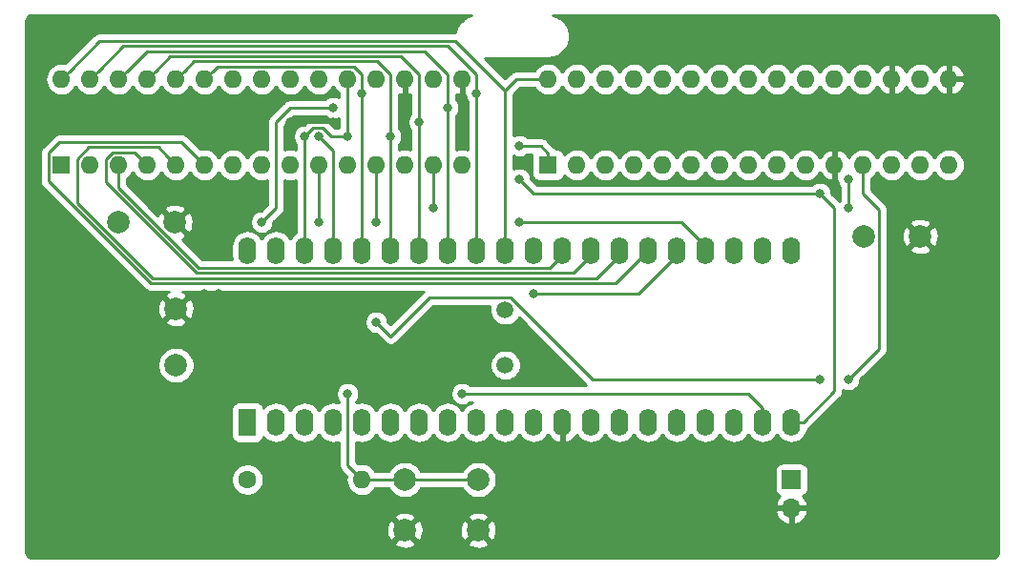
<source format=gbr>
G04 #@! TF.GenerationSoftware,KiCad,Pcbnew,5.1.4*
G04 #@! TF.CreationDate,2019-08-18T00:01:38-04:00*
G04 #@! TF.ProjectId,6500badge,36353030-6261-4646-9765-2e6b69636164,rev?*
G04 #@! TF.SameCoordinates,Original*
G04 #@! TF.FileFunction,Copper,L2,Bot*
G04 #@! TF.FilePolarity,Positive*
%FSLAX46Y46*%
G04 Gerber Fmt 4.6, Leading zero omitted, Abs format (unit mm)*
G04 Created by KiCad (PCBNEW 5.1.4) date 2019-08-18 00:01:38*
%MOMM*%
%LPD*%
G04 APERTURE LIST*
%ADD10C,1.500000*%
%ADD11R,1.600000X1.600000*%
%ADD12O,1.600000X1.600000*%
%ADD13O,1.600000X2.400000*%
%ADD14R,1.600000X2.400000*%
%ADD15C,2.000000*%
%ADD16C,1.600000*%
%ADD17O,1.700000X1.700000*%
%ADD18R,1.700000X1.700000*%
%ADD19C,0.800000*%
%ADD20C,0.250000*%
%ADD21C,0.254000*%
G04 APERTURE END LIST*
D10*
X124460000Y-68760000D03*
X124460000Y-73660000D03*
D11*
X128270000Y-55880000D03*
D12*
X130810000Y-55880000D03*
X163830000Y-48260000D03*
X133350000Y-55880000D03*
X161290000Y-48260000D03*
X135890000Y-55880000D03*
X158750000Y-48260000D03*
X138430000Y-55880000D03*
X156210000Y-48260000D03*
X140970000Y-55880000D03*
X153670000Y-48260000D03*
X143510000Y-55880000D03*
X151130000Y-48260000D03*
X146050000Y-55880000D03*
X148590000Y-48260000D03*
X148590000Y-55880000D03*
X146050000Y-48260000D03*
X151130000Y-55880000D03*
X143510000Y-48260000D03*
X153670000Y-55880000D03*
X140970000Y-48260000D03*
X156210000Y-55880000D03*
X138430000Y-48260000D03*
X158750000Y-55880000D03*
X135890000Y-48260000D03*
X161290000Y-55880000D03*
X133350000Y-48260000D03*
X163830000Y-55880000D03*
X130810000Y-48260000D03*
X128270000Y-48260000D03*
D13*
X101600000Y-63500000D03*
X149860000Y-78740000D03*
X104140000Y-63500000D03*
X147320000Y-78740000D03*
X106680000Y-63500000D03*
X144780000Y-78740000D03*
X109220000Y-63500000D03*
X142240000Y-78740000D03*
X111760000Y-63500000D03*
X139700000Y-78740000D03*
X114300000Y-63500000D03*
X137160000Y-78740000D03*
X116840000Y-63500000D03*
X134620000Y-78740000D03*
X119380000Y-63500000D03*
X132080000Y-78740000D03*
X121920000Y-63500000D03*
X129540000Y-78740000D03*
X124460000Y-63500000D03*
X127000000Y-78740000D03*
X127000000Y-63500000D03*
X124460000Y-78740000D03*
X129540000Y-63500000D03*
X121920000Y-78740000D03*
X132080000Y-63500000D03*
X119380000Y-78740000D03*
X134620000Y-63500000D03*
X116840000Y-78740000D03*
X137160000Y-63500000D03*
X114300000Y-78740000D03*
X139700000Y-63500000D03*
X111760000Y-78740000D03*
X142240000Y-63500000D03*
X109220000Y-78740000D03*
X144780000Y-63500000D03*
X106680000Y-78740000D03*
X147320000Y-63500000D03*
X104140000Y-78740000D03*
X149860000Y-63500000D03*
D14*
X101600000Y-78740000D03*
D11*
X85090000Y-55880000D03*
D12*
X87630000Y-55880000D03*
X120650000Y-48260000D03*
X90170000Y-55880000D03*
X118110000Y-48260000D03*
X92710000Y-55880000D03*
X115570000Y-48260000D03*
X95250000Y-55880000D03*
X113030000Y-48260000D03*
X97790000Y-55880000D03*
X110490000Y-48260000D03*
X100330000Y-55880000D03*
X107950000Y-48260000D03*
X102870000Y-55880000D03*
X105410000Y-48260000D03*
X105410000Y-55880000D03*
X102870000Y-48260000D03*
X107950000Y-55880000D03*
X100330000Y-48260000D03*
X110490000Y-55880000D03*
X97790000Y-48260000D03*
X113030000Y-55880000D03*
X95250000Y-48260000D03*
X115570000Y-55880000D03*
X92710000Y-48260000D03*
X118110000Y-55880000D03*
X90170000Y-48260000D03*
X120650000Y-55880000D03*
X87630000Y-48260000D03*
X85090000Y-48260000D03*
D15*
X122070000Y-83820000D03*
X122070000Y-88320000D03*
X115570000Y-83820000D03*
X115570000Y-88320000D03*
D12*
X111760000Y-83820000D03*
D16*
X101600000Y-83820000D03*
D17*
X149860000Y-86360000D03*
D18*
X149860000Y-83820000D03*
D15*
X95170000Y-60960000D03*
X90170000Y-60960000D03*
X95250000Y-68660000D03*
X95250000Y-73660000D03*
X161290000Y-62230000D03*
X156290000Y-62230000D03*
D19*
X102870000Y-52070000D03*
X105410000Y-52070000D03*
X109220000Y-52070000D03*
X97790000Y-63500000D03*
X97790000Y-67310000D03*
X99060000Y-67310000D03*
X99060000Y-63500000D03*
X115570000Y-52070000D03*
X107950000Y-53340000D03*
X125738258Y-54176771D03*
X152400000Y-58420000D03*
X110490000Y-76200000D03*
X125730000Y-57150000D03*
X109220000Y-50800000D03*
X102870000Y-60960000D03*
X120650000Y-76200000D03*
X154940000Y-59690000D03*
X154940000Y-57150000D03*
X106680000Y-53340000D03*
X110490000Y-53340000D03*
X111760000Y-49530000D03*
X114300000Y-53340000D03*
X116840000Y-52070000D03*
X119380000Y-50800000D03*
X121920000Y-49530000D03*
X107950000Y-60960000D03*
X127000000Y-67310000D03*
X125730000Y-60960000D03*
X118110000Y-59690000D03*
X113030000Y-60960000D03*
X113030000Y-69850000D03*
X152400000Y-74930000D03*
X154940000Y-74930000D03*
D20*
X105410000Y-52070000D02*
X109220000Y-52070000D01*
X109220000Y-52070000D02*
X109220000Y-52070000D01*
X111760000Y-83820000D02*
X115570000Y-83820000D01*
X115570000Y-83820000D02*
X122070000Y-83820000D01*
X110490000Y-82550000D02*
X111760000Y-83820000D01*
X110490000Y-76200000D02*
X110490000Y-82550000D01*
X150910000Y-78740000D02*
X149860000Y-78740000D01*
X153670000Y-75980000D02*
X150910000Y-78740000D01*
X125730000Y-57150000D02*
X125730000Y-57150000D01*
X127000000Y-58420000D02*
X125730000Y-57150000D01*
X152400000Y-58420000D02*
X127000000Y-58420000D01*
X153670000Y-75980000D02*
X153670000Y-59690000D01*
X153670000Y-59690000D02*
X152400000Y-58420000D01*
X109220000Y-50800000D02*
X105410000Y-50800000D01*
X104140000Y-52070000D02*
X104140000Y-59690000D01*
X105410000Y-50800000D02*
X104140000Y-52070000D01*
X104140000Y-59690000D02*
X102870000Y-60960000D01*
X102870000Y-60960000D02*
X102870000Y-60960000D01*
X147320000Y-77470000D02*
X147320000Y-78740000D01*
X120650000Y-76200000D02*
X146050000Y-76200000D01*
X146050000Y-76200000D02*
X147320000Y-77470000D01*
X154940000Y-59690000D02*
X154940000Y-57150000D01*
X154940000Y-57150000D02*
X154940000Y-57150000D01*
X106680000Y-63500000D02*
X106680000Y-63100000D01*
X106680000Y-63500000D02*
X106680000Y-53340000D01*
X106680000Y-53340000D02*
X106680000Y-53340000D01*
X107405001Y-52614999D02*
X107079999Y-52940001D01*
X110490000Y-48260000D02*
X110490000Y-52070000D01*
X107079999Y-52940001D02*
X106680000Y-53340000D01*
X110490000Y-52070000D02*
X110490000Y-53340000D01*
X110490000Y-53340000D02*
X110490000Y-53340000D01*
X108298001Y-52614999D02*
X107405001Y-52614999D01*
X109023002Y-53340000D02*
X108298001Y-52614999D01*
X110490000Y-53340000D02*
X109023002Y-53340000D01*
X109220000Y-54610000D02*
X109220000Y-63500000D01*
X107950000Y-53340000D02*
X109220000Y-54610000D01*
X128270000Y-54830000D02*
X128270000Y-55880000D01*
X127616771Y-54176771D02*
X128270000Y-54830000D01*
X125738258Y-54176771D02*
X127616771Y-54176771D01*
X98915001Y-47134999D02*
X98589999Y-47460001D01*
X111030001Y-47134999D02*
X98915001Y-47134999D01*
X98589999Y-47460001D02*
X97790000Y-48260000D01*
X111760000Y-47864998D02*
X111030001Y-47134999D01*
X111760000Y-63500000D02*
X111760000Y-49530000D01*
X111760000Y-49530000D02*
X111760000Y-47864998D01*
X113119992Y-46684990D02*
X96825010Y-46684990D01*
X96049999Y-47460001D02*
X95250000Y-48260000D01*
X114300000Y-47864998D02*
X113119992Y-46684990D01*
X96825010Y-46684990D02*
X96049999Y-47460001D01*
X114300000Y-63500000D02*
X114300000Y-53340000D01*
X114300000Y-53340000D02*
X114300000Y-47864998D01*
X94735019Y-46234981D02*
X93509999Y-47460001D01*
X115209983Y-46234981D02*
X94735019Y-46234981D01*
X116840000Y-47864998D02*
X115209983Y-46234981D01*
X93509999Y-47460001D02*
X92710000Y-48260000D01*
X116840000Y-63500000D02*
X116840000Y-52070000D01*
X116840000Y-52070000D02*
X116840000Y-47864998D01*
X117299974Y-45784972D02*
X92645028Y-45784972D01*
X119380000Y-47864998D02*
X117299974Y-45784972D01*
X90969999Y-47460001D02*
X90170000Y-48260000D01*
X92645028Y-45784972D02*
X90969999Y-47460001D01*
X119380000Y-63500000D02*
X119380000Y-50800000D01*
X119380000Y-50800000D02*
X119380000Y-47864998D01*
X88429999Y-47460001D02*
X87630000Y-48260000D01*
X90555038Y-45334962D02*
X88429999Y-47460001D01*
X121920000Y-47864998D02*
X119389964Y-45334962D01*
X119389964Y-45334962D02*
X90555038Y-45334962D01*
X121920000Y-63500000D02*
X121920000Y-49530000D01*
X121920000Y-49530000D02*
X121920000Y-47864998D01*
X88465047Y-44884953D02*
X85889999Y-47460001D01*
X85889999Y-47460001D02*
X85090000Y-48260000D01*
X120058801Y-44884953D02*
X88465047Y-44884953D01*
X124460000Y-49286152D02*
X120058801Y-44884953D01*
X124460000Y-63500000D02*
X124460000Y-49286152D01*
X125486152Y-48260000D02*
X124460000Y-49286152D01*
X128270000Y-48260000D02*
X125486152Y-48260000D01*
X90170000Y-57011370D02*
X90170000Y-55880000D01*
X128414990Y-65025010D02*
X97274008Y-65025010D01*
X90170000Y-57921002D02*
X90170000Y-57011370D01*
X97274008Y-65025010D02*
X90170000Y-57921002D01*
X129540000Y-63900000D02*
X128414990Y-65025010D01*
X129540000Y-63500000D02*
X129540000Y-63900000D01*
X91910001Y-55080001D02*
X92710000Y-55880000D01*
X89629999Y-54754999D02*
X91584999Y-54754999D01*
X89044999Y-55339999D02*
X89629999Y-54754999D01*
X89044999Y-57432411D02*
X89044999Y-55339999D01*
X97087607Y-65475019D02*
X89044999Y-57432411D01*
X130504981Y-65475019D02*
X97087607Y-65475019D01*
X132080000Y-63900000D02*
X130504981Y-65475019D01*
X91584999Y-54754999D02*
X91910001Y-55080001D01*
X132080000Y-63500000D02*
X132080000Y-63900000D01*
X94450001Y-55080001D02*
X95250000Y-55880000D01*
X93674990Y-54304990D02*
X94450001Y-55080001D01*
X87540008Y-54304990D02*
X93674990Y-54304990D01*
X86504999Y-55339999D02*
X87540008Y-54304990D01*
X132594972Y-65925028D02*
X93174026Y-65925028D01*
X86504999Y-59256001D02*
X86504999Y-55339999D01*
X93174026Y-65925028D02*
X86504999Y-59256001D01*
X134620000Y-63900000D02*
X132594972Y-65925028D01*
X134620000Y-63500000D02*
X134620000Y-63900000D01*
X96990001Y-55080001D02*
X97790000Y-55880000D01*
X95764981Y-53854981D02*
X96990001Y-55080001D01*
X84930017Y-53854981D02*
X95764981Y-53854981D01*
X83964999Y-54819999D02*
X84930017Y-53854981D01*
X83964999Y-57352411D02*
X83964999Y-54819999D01*
X92987625Y-66375037D02*
X83964999Y-57352411D01*
X134284963Y-66375037D02*
X92987625Y-66375037D01*
X137160000Y-63500000D02*
X134284963Y-66375037D01*
X107950000Y-55880000D02*
X107950000Y-60960000D01*
X107950000Y-60960000D02*
X107950000Y-60960000D01*
X139700000Y-63900000D02*
X139700000Y-63500000D01*
X136290000Y-67310000D02*
X139700000Y-63900000D01*
X127000000Y-67310000D02*
X136290000Y-67310000D01*
X142240000Y-63100000D02*
X140100000Y-60960000D01*
X142240000Y-63500000D02*
X142240000Y-63100000D01*
X140100000Y-60960000D02*
X127000000Y-60960000D01*
X127000000Y-60960000D02*
X125730000Y-60960000D01*
X125730000Y-60960000D02*
X125730000Y-60960000D01*
X118110000Y-59690000D02*
X118110000Y-55880000D01*
X113030000Y-55880000D02*
X113030000Y-60960000D01*
X113030000Y-60960000D02*
X113030000Y-60960000D01*
X113030000Y-69850000D02*
X114300000Y-71120000D01*
X124976001Y-67684999D02*
X132221002Y-74930000D01*
X114300000Y-71120000D02*
X117735001Y-67684999D01*
X117735001Y-67684999D02*
X124976001Y-67684999D01*
X132221002Y-74930000D02*
X152400000Y-74930000D01*
X152400000Y-74930000D02*
X152400000Y-74930000D01*
X156210000Y-55880000D02*
X156210000Y-58420000D01*
X155339999Y-74530001D02*
X154940000Y-74930000D01*
X157615001Y-72254999D02*
X155339999Y-74530001D01*
X157615001Y-59825001D02*
X157615001Y-72254999D01*
X156210000Y-58420000D02*
X157615001Y-59825001D01*
D21*
G36*
X121465192Y-42575922D02*
G01*
X121456389Y-42578647D01*
X121220131Y-42653592D01*
X121165209Y-42677132D01*
X121109842Y-42699952D01*
X121101736Y-42704336D01*
X120884534Y-42823744D01*
X120835171Y-42857543D01*
X120785352Y-42890643D01*
X120778252Y-42896517D01*
X120588379Y-43055839D01*
X120546516Y-43098588D01*
X120504082Y-43140727D01*
X120498258Y-43147868D01*
X120342947Y-43341035D01*
X120310186Y-43391099D01*
X120276740Y-43440685D01*
X120272418Y-43448814D01*
X120272415Y-43448819D01*
X120272414Y-43448822D01*
X120157582Y-43668476D01*
X120135173Y-43723942D01*
X120111994Y-43779081D01*
X120109330Y-43787903D01*
X120039348Y-44025679D01*
X120028139Y-44084441D01*
X120019822Y-44124953D01*
X88502370Y-44124953D01*
X88465047Y-44121277D01*
X88427724Y-44124953D01*
X88427714Y-44124953D01*
X88316061Y-44135950D01*
X88172800Y-44179407D01*
X88040771Y-44249979D01*
X87925046Y-44344952D01*
X87901248Y-44373950D01*
X85415907Y-46859292D01*
X85371309Y-46845764D01*
X85160492Y-46825000D01*
X85019508Y-46825000D01*
X84808691Y-46845764D01*
X84538192Y-46927818D01*
X84288899Y-47061068D01*
X84070392Y-47240392D01*
X83891068Y-47458899D01*
X83757818Y-47708192D01*
X83675764Y-47978691D01*
X83648057Y-48260000D01*
X83675764Y-48541309D01*
X83757818Y-48811808D01*
X83891068Y-49061101D01*
X84070392Y-49279608D01*
X84288899Y-49458932D01*
X84538192Y-49592182D01*
X84808691Y-49674236D01*
X85019508Y-49695000D01*
X85160492Y-49695000D01*
X85371309Y-49674236D01*
X85641808Y-49592182D01*
X85891101Y-49458932D01*
X86109608Y-49279608D01*
X86288932Y-49061101D01*
X86360000Y-48928142D01*
X86431068Y-49061101D01*
X86610392Y-49279608D01*
X86828899Y-49458932D01*
X87078192Y-49592182D01*
X87348691Y-49674236D01*
X87559508Y-49695000D01*
X87700492Y-49695000D01*
X87911309Y-49674236D01*
X88181808Y-49592182D01*
X88431101Y-49458932D01*
X88649608Y-49279608D01*
X88828932Y-49061101D01*
X88900000Y-48928142D01*
X88971068Y-49061101D01*
X89150392Y-49279608D01*
X89368899Y-49458932D01*
X89618192Y-49592182D01*
X89888691Y-49674236D01*
X90099508Y-49695000D01*
X90240492Y-49695000D01*
X90451309Y-49674236D01*
X90721808Y-49592182D01*
X90971101Y-49458932D01*
X91189608Y-49279608D01*
X91368932Y-49061101D01*
X91440000Y-48928142D01*
X91511068Y-49061101D01*
X91690392Y-49279608D01*
X91908899Y-49458932D01*
X92158192Y-49592182D01*
X92428691Y-49674236D01*
X92639508Y-49695000D01*
X92780492Y-49695000D01*
X92991309Y-49674236D01*
X93261808Y-49592182D01*
X93511101Y-49458932D01*
X93729608Y-49279608D01*
X93908932Y-49061101D01*
X93980000Y-48928142D01*
X94051068Y-49061101D01*
X94230392Y-49279608D01*
X94448899Y-49458932D01*
X94698192Y-49592182D01*
X94968691Y-49674236D01*
X95179508Y-49695000D01*
X95320492Y-49695000D01*
X95531309Y-49674236D01*
X95801808Y-49592182D01*
X96051101Y-49458932D01*
X96269608Y-49279608D01*
X96448932Y-49061101D01*
X96520000Y-48928142D01*
X96591068Y-49061101D01*
X96770392Y-49279608D01*
X96988899Y-49458932D01*
X97238192Y-49592182D01*
X97508691Y-49674236D01*
X97719508Y-49695000D01*
X97860492Y-49695000D01*
X98071309Y-49674236D01*
X98341808Y-49592182D01*
X98591101Y-49458932D01*
X98809608Y-49279608D01*
X98988932Y-49061101D01*
X99060000Y-48928142D01*
X99131068Y-49061101D01*
X99310392Y-49279608D01*
X99528899Y-49458932D01*
X99778192Y-49592182D01*
X100048691Y-49674236D01*
X100259508Y-49695000D01*
X100400492Y-49695000D01*
X100611309Y-49674236D01*
X100881808Y-49592182D01*
X101131101Y-49458932D01*
X101349608Y-49279608D01*
X101528932Y-49061101D01*
X101600000Y-48928142D01*
X101671068Y-49061101D01*
X101850392Y-49279608D01*
X102068899Y-49458932D01*
X102318192Y-49592182D01*
X102588691Y-49674236D01*
X102799508Y-49695000D01*
X102940492Y-49695000D01*
X103151309Y-49674236D01*
X103421808Y-49592182D01*
X103671101Y-49458932D01*
X103889608Y-49279608D01*
X104068932Y-49061101D01*
X104140000Y-48928142D01*
X104211068Y-49061101D01*
X104390392Y-49279608D01*
X104608899Y-49458932D01*
X104858192Y-49592182D01*
X105128691Y-49674236D01*
X105339508Y-49695000D01*
X105480492Y-49695000D01*
X105691309Y-49674236D01*
X105961808Y-49592182D01*
X106211101Y-49458932D01*
X106429608Y-49279608D01*
X106608932Y-49061101D01*
X106680000Y-48928142D01*
X106751068Y-49061101D01*
X106930392Y-49279608D01*
X107148899Y-49458932D01*
X107398192Y-49592182D01*
X107668691Y-49674236D01*
X107879508Y-49695000D01*
X108020492Y-49695000D01*
X108231309Y-49674236D01*
X108501808Y-49592182D01*
X108751101Y-49458932D01*
X108969608Y-49279608D01*
X109148932Y-49061101D01*
X109220000Y-48928142D01*
X109291068Y-49061101D01*
X109470392Y-49279608D01*
X109688899Y-49458932D01*
X109730000Y-49480901D01*
X109730000Y-49895988D01*
X109710256Y-49882795D01*
X109521898Y-49804774D01*
X109321939Y-49765000D01*
X109118061Y-49765000D01*
X108918102Y-49804774D01*
X108729744Y-49882795D01*
X108560226Y-49996063D01*
X108516289Y-50040000D01*
X105447322Y-50040000D01*
X105409999Y-50036324D01*
X105372676Y-50040000D01*
X105372667Y-50040000D01*
X105261014Y-50050997D01*
X105117753Y-50094454D01*
X104985724Y-50165026D01*
X104869999Y-50259999D01*
X104846201Y-50288997D01*
X103629003Y-51506196D01*
X103599999Y-51529999D01*
X103559175Y-51579744D01*
X103505026Y-51645724D01*
X103439613Y-51768102D01*
X103434454Y-51777754D01*
X103390997Y-51921015D01*
X103380000Y-52032668D01*
X103380000Y-52032678D01*
X103376324Y-52070000D01*
X103380000Y-52107322D01*
X103380000Y-54535136D01*
X103151309Y-54465764D01*
X102940492Y-54445000D01*
X102799508Y-54445000D01*
X102588691Y-54465764D01*
X102318192Y-54547818D01*
X102068899Y-54681068D01*
X101850392Y-54860392D01*
X101671068Y-55078899D01*
X101600000Y-55211858D01*
X101528932Y-55078899D01*
X101349608Y-54860392D01*
X101131101Y-54681068D01*
X100881808Y-54547818D01*
X100611309Y-54465764D01*
X100400492Y-54445000D01*
X100259508Y-54445000D01*
X100048691Y-54465764D01*
X99778192Y-54547818D01*
X99528899Y-54681068D01*
X99310392Y-54860392D01*
X99131068Y-55078899D01*
X99060000Y-55211858D01*
X98988932Y-55078899D01*
X98809608Y-54860392D01*
X98591101Y-54681068D01*
X98341808Y-54547818D01*
X98071309Y-54465764D01*
X97860492Y-54445000D01*
X97719508Y-54445000D01*
X97508691Y-54465764D01*
X97464094Y-54479292D01*
X96328785Y-53343984D01*
X96304982Y-53314980D01*
X96189257Y-53220007D01*
X96057228Y-53149435D01*
X95913967Y-53105978D01*
X95802314Y-53094981D01*
X95802303Y-53094981D01*
X95764981Y-53091305D01*
X95727659Y-53094981D01*
X84967350Y-53094981D01*
X84930017Y-53091304D01*
X84892684Y-53094981D01*
X84781031Y-53105978D01*
X84637770Y-53149435D01*
X84505741Y-53220007D01*
X84390016Y-53314980D01*
X84366218Y-53343978D01*
X83453997Y-54256200D01*
X83424999Y-54279998D01*
X83401201Y-54308996D01*
X83401200Y-54308997D01*
X83330025Y-54395723D01*
X83259453Y-54527753D01*
X83236330Y-54603984D01*
X83220635Y-54655725D01*
X83215997Y-54671014D01*
X83201323Y-54819999D01*
X83205000Y-54857331D01*
X83204999Y-57315088D01*
X83201323Y-57352411D01*
X83204999Y-57389733D01*
X83204999Y-57389743D01*
X83215996Y-57501396D01*
X83240264Y-57581397D01*
X83259453Y-57644657D01*
X83330025Y-57776687D01*
X83336869Y-57785026D01*
X83424998Y-57892412D01*
X83454002Y-57916215D01*
X92423826Y-66886040D01*
X92447624Y-66915038D01*
X92476622Y-66938836D01*
X92563348Y-67010011D01*
X92660685Y-67062039D01*
X92695378Y-67080583D01*
X92838639Y-67124040D01*
X92950292Y-67135037D01*
X92950301Y-67135037D01*
X92987624Y-67138713D01*
X93024947Y-67135037D01*
X94657025Y-67135037D01*
X94563912Y-67167205D01*
X94389956Y-67260186D01*
X94294192Y-67524587D01*
X95250000Y-68480395D01*
X96205808Y-67524587D01*
X96110044Y-67260186D01*
X95852786Y-67135037D01*
X117207138Y-67135037D01*
X117195000Y-67144998D01*
X117171202Y-67173996D01*
X114300000Y-70045199D01*
X114065000Y-69810199D01*
X114065000Y-69748061D01*
X114025226Y-69548102D01*
X113947205Y-69359744D01*
X113833937Y-69190226D01*
X113689774Y-69046063D01*
X113520256Y-68932795D01*
X113331898Y-68854774D01*
X113131939Y-68815000D01*
X112928061Y-68815000D01*
X112728102Y-68854774D01*
X112539744Y-68932795D01*
X112370226Y-69046063D01*
X112226063Y-69190226D01*
X112112795Y-69359744D01*
X112034774Y-69548102D01*
X111995000Y-69748061D01*
X111995000Y-69951939D01*
X112034774Y-70151898D01*
X112112795Y-70340256D01*
X112226063Y-70509774D01*
X112370226Y-70653937D01*
X112539744Y-70767205D01*
X112728102Y-70845226D01*
X112928061Y-70885000D01*
X112990199Y-70885000D01*
X113736201Y-71631003D01*
X113759999Y-71660001D01*
X113875724Y-71754974D01*
X113937181Y-71787824D01*
X114007753Y-71825546D01*
X114151013Y-71869002D01*
X114299999Y-71883676D01*
X114300000Y-71883676D01*
X114448985Y-71869002D01*
X114592246Y-71825546D01*
X114724276Y-71754974D01*
X114811002Y-71683799D01*
X114840001Y-71660001D01*
X114863801Y-71631000D01*
X118049803Y-68444999D01*
X123110524Y-68444999D01*
X123075000Y-68623589D01*
X123075000Y-68896411D01*
X123128225Y-69163989D01*
X123232629Y-69416043D01*
X123384201Y-69642886D01*
X123577114Y-69835799D01*
X123803957Y-69987371D01*
X124056011Y-70091775D01*
X124323589Y-70145000D01*
X124596411Y-70145000D01*
X124863989Y-70091775D01*
X125116043Y-69987371D01*
X125342886Y-69835799D01*
X125535799Y-69642886D01*
X125665290Y-69449089D01*
X131656200Y-75440000D01*
X121353711Y-75440000D01*
X121309774Y-75396063D01*
X121140256Y-75282795D01*
X120951898Y-75204774D01*
X120751939Y-75165000D01*
X120548061Y-75165000D01*
X120348102Y-75204774D01*
X120159744Y-75282795D01*
X119990226Y-75396063D01*
X119846063Y-75540226D01*
X119732795Y-75709744D01*
X119654774Y-75898102D01*
X119615000Y-76098061D01*
X119615000Y-76301939D01*
X119654774Y-76501898D01*
X119732795Y-76690256D01*
X119846063Y-76859774D01*
X119990226Y-77003937D01*
X120159744Y-77117205D01*
X120348102Y-77195226D01*
X120548061Y-77235000D01*
X120751939Y-77235000D01*
X120951898Y-77195226D01*
X121140256Y-77117205D01*
X121309774Y-77003937D01*
X121353711Y-76960000D01*
X121525829Y-76960000D01*
X121368192Y-77007818D01*
X121118899Y-77141068D01*
X120900392Y-77320393D01*
X120721068Y-77538900D01*
X120650000Y-77671858D01*
X120578932Y-77538899D01*
X120399607Y-77320392D01*
X120181100Y-77141068D01*
X119931807Y-77007818D01*
X119661308Y-76925764D01*
X119380000Y-76898057D01*
X119098691Y-76925764D01*
X118828192Y-77007818D01*
X118578899Y-77141068D01*
X118360392Y-77320393D01*
X118181068Y-77538900D01*
X118110000Y-77671858D01*
X118038932Y-77538899D01*
X117859607Y-77320392D01*
X117641100Y-77141068D01*
X117391807Y-77007818D01*
X117121308Y-76925764D01*
X116840000Y-76898057D01*
X116558691Y-76925764D01*
X116288192Y-77007818D01*
X116038899Y-77141068D01*
X115820392Y-77320393D01*
X115641068Y-77538900D01*
X115570000Y-77671858D01*
X115498932Y-77538899D01*
X115319607Y-77320392D01*
X115101100Y-77141068D01*
X114851807Y-77007818D01*
X114581308Y-76925764D01*
X114300000Y-76898057D01*
X114018691Y-76925764D01*
X113748192Y-77007818D01*
X113498899Y-77141068D01*
X113280392Y-77320393D01*
X113101068Y-77538900D01*
X113030000Y-77671858D01*
X112958932Y-77538899D01*
X112779607Y-77320392D01*
X112561100Y-77141068D01*
X112311807Y-77007818D01*
X112041308Y-76925764D01*
X111760000Y-76898057D01*
X111478691Y-76925764D01*
X111250000Y-76995136D01*
X111250000Y-76903711D01*
X111293937Y-76859774D01*
X111407205Y-76690256D01*
X111485226Y-76501898D01*
X111525000Y-76301939D01*
X111525000Y-76098061D01*
X111485226Y-75898102D01*
X111407205Y-75709744D01*
X111293937Y-75540226D01*
X111149774Y-75396063D01*
X110980256Y-75282795D01*
X110791898Y-75204774D01*
X110591939Y-75165000D01*
X110388061Y-75165000D01*
X110188102Y-75204774D01*
X109999744Y-75282795D01*
X109830226Y-75396063D01*
X109686063Y-75540226D01*
X109572795Y-75709744D01*
X109494774Y-75898102D01*
X109455000Y-76098061D01*
X109455000Y-76301939D01*
X109494774Y-76501898D01*
X109572795Y-76690256D01*
X109686063Y-76859774D01*
X109730000Y-76903711D01*
X109730000Y-76995136D01*
X109501308Y-76925764D01*
X109220000Y-76898057D01*
X108938691Y-76925764D01*
X108668192Y-77007818D01*
X108418899Y-77141068D01*
X108200392Y-77320393D01*
X108021068Y-77538900D01*
X107950000Y-77671858D01*
X107878932Y-77538899D01*
X107699607Y-77320392D01*
X107481100Y-77141068D01*
X107231807Y-77007818D01*
X106961308Y-76925764D01*
X106680000Y-76898057D01*
X106398691Y-76925764D01*
X106128192Y-77007818D01*
X105878899Y-77141068D01*
X105660392Y-77320393D01*
X105481068Y-77538900D01*
X105410000Y-77671858D01*
X105338932Y-77538899D01*
X105159607Y-77320392D01*
X104941100Y-77141068D01*
X104691807Y-77007818D01*
X104421308Y-76925764D01*
X104140000Y-76898057D01*
X103858691Y-76925764D01*
X103588192Y-77007818D01*
X103338899Y-77141068D01*
X103120392Y-77320393D01*
X103027581Y-77433483D01*
X103025812Y-77415518D01*
X102989502Y-77295820D01*
X102930537Y-77185506D01*
X102851185Y-77088815D01*
X102754494Y-77009463D01*
X102644180Y-76950498D01*
X102524482Y-76914188D01*
X102400000Y-76901928D01*
X100800000Y-76901928D01*
X100675518Y-76914188D01*
X100555820Y-76950498D01*
X100445506Y-77009463D01*
X100348815Y-77088815D01*
X100269463Y-77185506D01*
X100210498Y-77295820D01*
X100174188Y-77415518D01*
X100161928Y-77540000D01*
X100161928Y-79940000D01*
X100174188Y-80064482D01*
X100210498Y-80184180D01*
X100269463Y-80294494D01*
X100348815Y-80391185D01*
X100445506Y-80470537D01*
X100555820Y-80529502D01*
X100675518Y-80565812D01*
X100800000Y-80578072D01*
X102400000Y-80578072D01*
X102524482Y-80565812D01*
X102644180Y-80529502D01*
X102754494Y-80470537D01*
X102851185Y-80391185D01*
X102930537Y-80294494D01*
X102989502Y-80184180D01*
X103025812Y-80064482D01*
X103027581Y-80046517D01*
X103120393Y-80159608D01*
X103338900Y-80338932D01*
X103588193Y-80472182D01*
X103858692Y-80554236D01*
X104140000Y-80581943D01*
X104421309Y-80554236D01*
X104691808Y-80472182D01*
X104941101Y-80338932D01*
X105159608Y-80159608D01*
X105338932Y-79941101D01*
X105410000Y-79808142D01*
X105481068Y-79941101D01*
X105660393Y-80159608D01*
X105878900Y-80338932D01*
X106128193Y-80472182D01*
X106398692Y-80554236D01*
X106680000Y-80581943D01*
X106961309Y-80554236D01*
X107231808Y-80472182D01*
X107481101Y-80338932D01*
X107699608Y-80159608D01*
X107878932Y-79941101D01*
X107950000Y-79808142D01*
X108021068Y-79941101D01*
X108200393Y-80159608D01*
X108418900Y-80338932D01*
X108668193Y-80472182D01*
X108938692Y-80554236D01*
X109220000Y-80581943D01*
X109501309Y-80554236D01*
X109730001Y-80484864D01*
X109730001Y-82512668D01*
X109726324Y-82550000D01*
X109730001Y-82587333D01*
X109740998Y-82698986D01*
X109749138Y-82725820D01*
X109784454Y-82842246D01*
X109855026Y-82974276D01*
X109891648Y-83018899D01*
X109950000Y-83090001D01*
X109978998Y-83113799D01*
X110359292Y-83494094D01*
X110345764Y-83538691D01*
X110318057Y-83820000D01*
X110345764Y-84101309D01*
X110427818Y-84371808D01*
X110561068Y-84621101D01*
X110740392Y-84839608D01*
X110958899Y-85018932D01*
X111208192Y-85152182D01*
X111478691Y-85234236D01*
X111689508Y-85255000D01*
X111830492Y-85255000D01*
X112041309Y-85234236D01*
X112311808Y-85152182D01*
X112561101Y-85018932D01*
X112779608Y-84839608D01*
X112958932Y-84621101D01*
X112980901Y-84580000D01*
X114115091Y-84580000D01*
X114121082Y-84594463D01*
X114300013Y-84862252D01*
X114527748Y-85089987D01*
X114795537Y-85268918D01*
X115093088Y-85392168D01*
X115408967Y-85455000D01*
X115731033Y-85455000D01*
X116046912Y-85392168D01*
X116344463Y-85268918D01*
X116612252Y-85089987D01*
X116839987Y-84862252D01*
X117018918Y-84594463D01*
X117024909Y-84580000D01*
X120615091Y-84580000D01*
X120621082Y-84594463D01*
X120800013Y-84862252D01*
X121027748Y-85089987D01*
X121295537Y-85268918D01*
X121593088Y-85392168D01*
X121908967Y-85455000D01*
X122231033Y-85455000D01*
X122546912Y-85392168D01*
X122844463Y-85268918D01*
X123112252Y-85089987D01*
X123339987Y-84862252D01*
X123518918Y-84594463D01*
X123642168Y-84296912D01*
X123705000Y-83981033D01*
X123705000Y-83658967D01*
X123642168Y-83343088D01*
X123518918Y-83045537D01*
X123468446Y-82970000D01*
X148371928Y-82970000D01*
X148371928Y-84670000D01*
X148384188Y-84794482D01*
X148420498Y-84914180D01*
X148479463Y-85024494D01*
X148558815Y-85121185D01*
X148655506Y-85200537D01*
X148765820Y-85259502D01*
X148846466Y-85283966D01*
X148762412Y-85359731D01*
X148588359Y-85593080D01*
X148463175Y-85855901D01*
X148418524Y-86003110D01*
X148539845Y-86233000D01*
X149733000Y-86233000D01*
X149733000Y-86213000D01*
X149987000Y-86213000D01*
X149987000Y-86233000D01*
X151180155Y-86233000D01*
X151301476Y-86003110D01*
X151256825Y-85855901D01*
X151131641Y-85593080D01*
X150957588Y-85359731D01*
X150873534Y-85283966D01*
X150954180Y-85259502D01*
X151064494Y-85200537D01*
X151161185Y-85121185D01*
X151240537Y-85024494D01*
X151299502Y-84914180D01*
X151335812Y-84794482D01*
X151348072Y-84670000D01*
X151348072Y-82970000D01*
X151335812Y-82845518D01*
X151299502Y-82725820D01*
X151240537Y-82615506D01*
X151161185Y-82518815D01*
X151064494Y-82439463D01*
X150954180Y-82380498D01*
X150834482Y-82344188D01*
X150710000Y-82331928D01*
X149010000Y-82331928D01*
X148885518Y-82344188D01*
X148765820Y-82380498D01*
X148655506Y-82439463D01*
X148558815Y-82518815D01*
X148479463Y-82615506D01*
X148420498Y-82725820D01*
X148384188Y-82845518D01*
X148371928Y-82970000D01*
X123468446Y-82970000D01*
X123339987Y-82777748D01*
X123112252Y-82550013D01*
X122844463Y-82371082D01*
X122546912Y-82247832D01*
X122231033Y-82185000D01*
X121908967Y-82185000D01*
X121593088Y-82247832D01*
X121295537Y-82371082D01*
X121027748Y-82550013D01*
X120800013Y-82777748D01*
X120621082Y-83045537D01*
X120615091Y-83060000D01*
X117024909Y-83060000D01*
X117018918Y-83045537D01*
X116839987Y-82777748D01*
X116612252Y-82550013D01*
X116344463Y-82371082D01*
X116046912Y-82247832D01*
X115731033Y-82185000D01*
X115408967Y-82185000D01*
X115093088Y-82247832D01*
X114795537Y-82371082D01*
X114527748Y-82550013D01*
X114300013Y-82777748D01*
X114121082Y-83045537D01*
X114115091Y-83060000D01*
X112980901Y-83060000D01*
X112958932Y-83018899D01*
X112779608Y-82800392D01*
X112561101Y-82621068D01*
X112311808Y-82487818D01*
X112041309Y-82405764D01*
X111830492Y-82385000D01*
X111689508Y-82385000D01*
X111478691Y-82405764D01*
X111434094Y-82419292D01*
X111250000Y-82235199D01*
X111250000Y-80484864D01*
X111478692Y-80554236D01*
X111760000Y-80581943D01*
X112041309Y-80554236D01*
X112311808Y-80472182D01*
X112561101Y-80338932D01*
X112779608Y-80159608D01*
X112958932Y-79941101D01*
X113030000Y-79808142D01*
X113101068Y-79941101D01*
X113280393Y-80159608D01*
X113498900Y-80338932D01*
X113748193Y-80472182D01*
X114018692Y-80554236D01*
X114300000Y-80581943D01*
X114581309Y-80554236D01*
X114851808Y-80472182D01*
X115101101Y-80338932D01*
X115319608Y-80159608D01*
X115498932Y-79941101D01*
X115570000Y-79808142D01*
X115641068Y-79941101D01*
X115820393Y-80159608D01*
X116038900Y-80338932D01*
X116288193Y-80472182D01*
X116558692Y-80554236D01*
X116840000Y-80581943D01*
X117121309Y-80554236D01*
X117391808Y-80472182D01*
X117641101Y-80338932D01*
X117859608Y-80159608D01*
X118038932Y-79941101D01*
X118110000Y-79808142D01*
X118181068Y-79941101D01*
X118360393Y-80159608D01*
X118578900Y-80338932D01*
X118828193Y-80472182D01*
X119098692Y-80554236D01*
X119380000Y-80581943D01*
X119661309Y-80554236D01*
X119931808Y-80472182D01*
X120181101Y-80338932D01*
X120399608Y-80159608D01*
X120578932Y-79941101D01*
X120650000Y-79808142D01*
X120721068Y-79941101D01*
X120900393Y-80159608D01*
X121118900Y-80338932D01*
X121368193Y-80472182D01*
X121638692Y-80554236D01*
X121920000Y-80581943D01*
X122201309Y-80554236D01*
X122471808Y-80472182D01*
X122721101Y-80338932D01*
X122939608Y-80159608D01*
X123118932Y-79941101D01*
X123190000Y-79808142D01*
X123261068Y-79941101D01*
X123440393Y-80159608D01*
X123658900Y-80338932D01*
X123908193Y-80472182D01*
X124178692Y-80554236D01*
X124460000Y-80581943D01*
X124741309Y-80554236D01*
X125011808Y-80472182D01*
X125261101Y-80338932D01*
X125479608Y-80159608D01*
X125658932Y-79941101D01*
X125730000Y-79808142D01*
X125801068Y-79941101D01*
X125980393Y-80159608D01*
X126198900Y-80338932D01*
X126448193Y-80472182D01*
X126718692Y-80554236D01*
X127000000Y-80581943D01*
X127281309Y-80554236D01*
X127551808Y-80472182D01*
X127801101Y-80338932D01*
X128019608Y-80159608D01*
X128198932Y-79941101D01*
X128267265Y-79813259D01*
X128417399Y-80042839D01*
X128615105Y-80244500D01*
X128848354Y-80403715D01*
X129108182Y-80514367D01*
X129190961Y-80531904D01*
X129413000Y-80409915D01*
X129413000Y-78867000D01*
X129393000Y-78867000D01*
X129393000Y-78613000D01*
X129413000Y-78613000D01*
X129413000Y-78593000D01*
X129667000Y-78593000D01*
X129667000Y-78613000D01*
X129687000Y-78613000D01*
X129687000Y-78867000D01*
X129667000Y-78867000D01*
X129667000Y-80409915D01*
X129889039Y-80531904D01*
X129971818Y-80514367D01*
X130231646Y-80403715D01*
X130464895Y-80244500D01*
X130662601Y-80042839D01*
X130812735Y-79813259D01*
X130881068Y-79941101D01*
X131060393Y-80159608D01*
X131278900Y-80338932D01*
X131528193Y-80472182D01*
X131798692Y-80554236D01*
X132080000Y-80581943D01*
X132361309Y-80554236D01*
X132631808Y-80472182D01*
X132881101Y-80338932D01*
X133099608Y-80159608D01*
X133278932Y-79941101D01*
X133350000Y-79808142D01*
X133421068Y-79941101D01*
X133600393Y-80159608D01*
X133818900Y-80338932D01*
X134068193Y-80472182D01*
X134338692Y-80554236D01*
X134620000Y-80581943D01*
X134901309Y-80554236D01*
X135171808Y-80472182D01*
X135421101Y-80338932D01*
X135639608Y-80159608D01*
X135818932Y-79941101D01*
X135890000Y-79808142D01*
X135961068Y-79941101D01*
X136140393Y-80159608D01*
X136358900Y-80338932D01*
X136608193Y-80472182D01*
X136878692Y-80554236D01*
X137160000Y-80581943D01*
X137441309Y-80554236D01*
X137711808Y-80472182D01*
X137961101Y-80338932D01*
X138179608Y-80159608D01*
X138358932Y-79941101D01*
X138430000Y-79808142D01*
X138501068Y-79941101D01*
X138680393Y-80159608D01*
X138898900Y-80338932D01*
X139148193Y-80472182D01*
X139418692Y-80554236D01*
X139700000Y-80581943D01*
X139981309Y-80554236D01*
X140251808Y-80472182D01*
X140501101Y-80338932D01*
X140719608Y-80159608D01*
X140898932Y-79941101D01*
X140970000Y-79808142D01*
X141041068Y-79941101D01*
X141220393Y-80159608D01*
X141438900Y-80338932D01*
X141688193Y-80472182D01*
X141958692Y-80554236D01*
X142240000Y-80581943D01*
X142521309Y-80554236D01*
X142791808Y-80472182D01*
X143041101Y-80338932D01*
X143259608Y-80159608D01*
X143438932Y-79941101D01*
X143510000Y-79808142D01*
X143581068Y-79941101D01*
X143760393Y-80159608D01*
X143978900Y-80338932D01*
X144228193Y-80472182D01*
X144498692Y-80554236D01*
X144780000Y-80581943D01*
X145061309Y-80554236D01*
X145331808Y-80472182D01*
X145581101Y-80338932D01*
X145799608Y-80159608D01*
X145978932Y-79941101D01*
X146050000Y-79808142D01*
X146121068Y-79941101D01*
X146300393Y-80159608D01*
X146518900Y-80338932D01*
X146768193Y-80472182D01*
X147038692Y-80554236D01*
X147320000Y-80581943D01*
X147601309Y-80554236D01*
X147871808Y-80472182D01*
X148121101Y-80338932D01*
X148339608Y-80159608D01*
X148518932Y-79941101D01*
X148590000Y-79808142D01*
X148661068Y-79941101D01*
X148840393Y-80159608D01*
X149058900Y-80338932D01*
X149308193Y-80472182D01*
X149578692Y-80554236D01*
X149860000Y-80581943D01*
X150141309Y-80554236D01*
X150411808Y-80472182D01*
X150661101Y-80338932D01*
X150879608Y-80159608D01*
X151058932Y-79941101D01*
X151192182Y-79691808D01*
X151274236Y-79421309D01*
X151275717Y-79406275D01*
X151334276Y-79374974D01*
X151450001Y-79280001D01*
X151473804Y-79250997D01*
X154181009Y-76543794D01*
X154210001Y-76520001D01*
X154233795Y-76491008D01*
X154233799Y-76491004D01*
X154304973Y-76404277D01*
X154304974Y-76404276D01*
X154375546Y-76272247D01*
X154419003Y-76128986D01*
X154430000Y-76017333D01*
X154430000Y-76017324D01*
X154433676Y-75980001D01*
X154430000Y-75942678D01*
X154430000Y-75834013D01*
X154449744Y-75847205D01*
X154638102Y-75925226D01*
X154838061Y-75965000D01*
X155041939Y-75965000D01*
X155241898Y-75925226D01*
X155430256Y-75847205D01*
X155599774Y-75733937D01*
X155743937Y-75589774D01*
X155857205Y-75420256D01*
X155935226Y-75231898D01*
X155975000Y-75031939D01*
X155975000Y-74969801D01*
X158126004Y-72818798D01*
X158155002Y-72795000D01*
X158249975Y-72679275D01*
X158320547Y-72547246D01*
X158364004Y-72403985D01*
X158375001Y-72292332D01*
X158375001Y-72292324D01*
X158378677Y-72254999D01*
X158375001Y-72217674D01*
X158375001Y-63365413D01*
X160334192Y-63365413D01*
X160429956Y-63629814D01*
X160719571Y-63770704D01*
X161031108Y-63852384D01*
X161352595Y-63871718D01*
X161671675Y-63827961D01*
X161976088Y-63722795D01*
X162150044Y-63629814D01*
X162245808Y-63365413D01*
X161290000Y-62409605D01*
X160334192Y-63365413D01*
X158375001Y-63365413D01*
X158375001Y-62292595D01*
X159648282Y-62292595D01*
X159692039Y-62611675D01*
X159797205Y-62916088D01*
X159890186Y-63090044D01*
X160154587Y-63185808D01*
X161110395Y-62230000D01*
X161469605Y-62230000D01*
X162425413Y-63185808D01*
X162689814Y-63090044D01*
X162830704Y-62800429D01*
X162912384Y-62488892D01*
X162931718Y-62167405D01*
X162887961Y-61848325D01*
X162782795Y-61543912D01*
X162689814Y-61369956D01*
X162425413Y-61274192D01*
X161469605Y-62230000D01*
X161110395Y-62230000D01*
X160154587Y-61274192D01*
X159890186Y-61369956D01*
X159749296Y-61659571D01*
X159667616Y-61971108D01*
X159648282Y-62292595D01*
X158375001Y-62292595D01*
X158375001Y-61094587D01*
X160334192Y-61094587D01*
X161290000Y-62050395D01*
X162245808Y-61094587D01*
X162150044Y-60830186D01*
X161860429Y-60689296D01*
X161548892Y-60607616D01*
X161227405Y-60588282D01*
X160908325Y-60632039D01*
X160603912Y-60737205D01*
X160429956Y-60830186D01*
X160334192Y-61094587D01*
X158375001Y-61094587D01*
X158375001Y-59862323D01*
X158378677Y-59825000D01*
X158375001Y-59787677D01*
X158375001Y-59787668D01*
X158364004Y-59676015D01*
X158320547Y-59532754D01*
X158249975Y-59400725D01*
X158197846Y-59337205D01*
X158178800Y-59313997D01*
X158178796Y-59313993D01*
X158155002Y-59285000D01*
X158126010Y-59261207D01*
X156970000Y-58105199D01*
X156970000Y-57100901D01*
X157011101Y-57078932D01*
X157229608Y-56899608D01*
X157408932Y-56681101D01*
X157480000Y-56548142D01*
X157551068Y-56681101D01*
X157730392Y-56899608D01*
X157948899Y-57078932D01*
X158198192Y-57212182D01*
X158468691Y-57294236D01*
X158679508Y-57315000D01*
X158820492Y-57315000D01*
X159031309Y-57294236D01*
X159301808Y-57212182D01*
X159551101Y-57078932D01*
X159769608Y-56899608D01*
X159948932Y-56681101D01*
X160020000Y-56548142D01*
X160091068Y-56681101D01*
X160270392Y-56899608D01*
X160488899Y-57078932D01*
X160738192Y-57212182D01*
X161008691Y-57294236D01*
X161219508Y-57315000D01*
X161360492Y-57315000D01*
X161571309Y-57294236D01*
X161841808Y-57212182D01*
X162091101Y-57078932D01*
X162309608Y-56899608D01*
X162488932Y-56681101D01*
X162560000Y-56548142D01*
X162631068Y-56681101D01*
X162810392Y-56899608D01*
X163028899Y-57078932D01*
X163278192Y-57212182D01*
X163548691Y-57294236D01*
X163759508Y-57315000D01*
X163900492Y-57315000D01*
X164111309Y-57294236D01*
X164381808Y-57212182D01*
X164631101Y-57078932D01*
X164849608Y-56899608D01*
X165028932Y-56681101D01*
X165162182Y-56431808D01*
X165244236Y-56161309D01*
X165271943Y-55880000D01*
X165244236Y-55598691D01*
X165162182Y-55328192D01*
X165028932Y-55078899D01*
X164849608Y-54860392D01*
X164631101Y-54681068D01*
X164381808Y-54547818D01*
X164111309Y-54465764D01*
X163900492Y-54445000D01*
X163759508Y-54445000D01*
X163548691Y-54465764D01*
X163278192Y-54547818D01*
X163028899Y-54681068D01*
X162810392Y-54860392D01*
X162631068Y-55078899D01*
X162560000Y-55211858D01*
X162488932Y-55078899D01*
X162309608Y-54860392D01*
X162091101Y-54681068D01*
X161841808Y-54547818D01*
X161571309Y-54465764D01*
X161360492Y-54445000D01*
X161219508Y-54445000D01*
X161008691Y-54465764D01*
X160738192Y-54547818D01*
X160488899Y-54681068D01*
X160270392Y-54860392D01*
X160091068Y-55078899D01*
X160020000Y-55211858D01*
X159948932Y-55078899D01*
X159769608Y-54860392D01*
X159551101Y-54681068D01*
X159301808Y-54547818D01*
X159031309Y-54465764D01*
X158820492Y-54445000D01*
X158679508Y-54445000D01*
X158468691Y-54465764D01*
X158198192Y-54547818D01*
X157948899Y-54681068D01*
X157730392Y-54860392D01*
X157551068Y-55078899D01*
X157480000Y-55211858D01*
X157408932Y-55078899D01*
X157229608Y-54860392D01*
X157011101Y-54681068D01*
X156761808Y-54547818D01*
X156491309Y-54465764D01*
X156280492Y-54445000D01*
X156139508Y-54445000D01*
X155928691Y-54465764D01*
X155658192Y-54547818D01*
X155408899Y-54681068D01*
X155190392Y-54860392D01*
X155011068Y-55078899D01*
X154937421Y-55216682D01*
X154822385Y-55024869D01*
X154633414Y-54816481D01*
X154407420Y-54648963D01*
X154153087Y-54528754D01*
X154019039Y-54488096D01*
X153797000Y-54610085D01*
X153797000Y-55753000D01*
X153817000Y-55753000D01*
X153817000Y-56007000D01*
X153797000Y-56007000D01*
X153797000Y-57149915D01*
X153905000Y-57209251D01*
X153905000Y-57251939D01*
X153944774Y-57451898D01*
X154022795Y-57640256D01*
X154136063Y-57809774D01*
X154180001Y-57853712D01*
X154180000Y-58986289D01*
X154136063Y-59030226D01*
X154115621Y-59060819D01*
X153435000Y-58380199D01*
X153435000Y-58318061D01*
X153395226Y-58118102D01*
X153317205Y-57929744D01*
X153203937Y-57760226D01*
X153059774Y-57616063D01*
X152890256Y-57502795D01*
X152701898Y-57424774D01*
X152501939Y-57385000D01*
X152298061Y-57385000D01*
X152098102Y-57424774D01*
X151909744Y-57502795D01*
X151740226Y-57616063D01*
X151696289Y-57660000D01*
X127314802Y-57660000D01*
X126765000Y-57110199D01*
X126765000Y-57048061D01*
X126725226Y-56848102D01*
X126647205Y-56659744D01*
X126533937Y-56490226D01*
X126389774Y-56346063D01*
X126220256Y-56232795D01*
X126031898Y-56154774D01*
X125831939Y-56115000D01*
X125628061Y-56115000D01*
X125428102Y-56154774D01*
X125239744Y-56232795D01*
X125220000Y-56245987D01*
X125220000Y-55075266D01*
X125248002Y-55093976D01*
X125436360Y-55171997D01*
X125636319Y-55211771D01*
X125840197Y-55211771D01*
X126040156Y-55171997D01*
X126228514Y-55093976D01*
X126398032Y-54980708D01*
X126441969Y-54936771D01*
X126849875Y-54936771D01*
X126844188Y-54955518D01*
X126831928Y-55080000D01*
X126831928Y-56680000D01*
X126844188Y-56804482D01*
X126880498Y-56924180D01*
X126939463Y-57034494D01*
X127018815Y-57131185D01*
X127115506Y-57210537D01*
X127225820Y-57269502D01*
X127345518Y-57305812D01*
X127470000Y-57318072D01*
X129070000Y-57318072D01*
X129194482Y-57305812D01*
X129314180Y-57269502D01*
X129424494Y-57210537D01*
X129521185Y-57131185D01*
X129600537Y-57034494D01*
X129659502Y-56924180D01*
X129695812Y-56804482D01*
X129697581Y-56786518D01*
X129790392Y-56899608D01*
X130008899Y-57078932D01*
X130258192Y-57212182D01*
X130528691Y-57294236D01*
X130739508Y-57315000D01*
X130880492Y-57315000D01*
X131091309Y-57294236D01*
X131361808Y-57212182D01*
X131611101Y-57078932D01*
X131829608Y-56899608D01*
X132008932Y-56681101D01*
X132080000Y-56548142D01*
X132151068Y-56681101D01*
X132330392Y-56899608D01*
X132548899Y-57078932D01*
X132798192Y-57212182D01*
X133068691Y-57294236D01*
X133279508Y-57315000D01*
X133420492Y-57315000D01*
X133631309Y-57294236D01*
X133901808Y-57212182D01*
X134151101Y-57078932D01*
X134369608Y-56899608D01*
X134548932Y-56681101D01*
X134620000Y-56548142D01*
X134691068Y-56681101D01*
X134870392Y-56899608D01*
X135088899Y-57078932D01*
X135338192Y-57212182D01*
X135608691Y-57294236D01*
X135819508Y-57315000D01*
X135960492Y-57315000D01*
X136171309Y-57294236D01*
X136441808Y-57212182D01*
X136691101Y-57078932D01*
X136909608Y-56899608D01*
X137088932Y-56681101D01*
X137160000Y-56548142D01*
X137231068Y-56681101D01*
X137410392Y-56899608D01*
X137628899Y-57078932D01*
X137878192Y-57212182D01*
X138148691Y-57294236D01*
X138359508Y-57315000D01*
X138500492Y-57315000D01*
X138711309Y-57294236D01*
X138981808Y-57212182D01*
X139231101Y-57078932D01*
X139449608Y-56899608D01*
X139628932Y-56681101D01*
X139700000Y-56548142D01*
X139771068Y-56681101D01*
X139950392Y-56899608D01*
X140168899Y-57078932D01*
X140418192Y-57212182D01*
X140688691Y-57294236D01*
X140899508Y-57315000D01*
X141040492Y-57315000D01*
X141251309Y-57294236D01*
X141521808Y-57212182D01*
X141771101Y-57078932D01*
X141989608Y-56899608D01*
X142168932Y-56681101D01*
X142240000Y-56548142D01*
X142311068Y-56681101D01*
X142490392Y-56899608D01*
X142708899Y-57078932D01*
X142958192Y-57212182D01*
X143228691Y-57294236D01*
X143439508Y-57315000D01*
X143580492Y-57315000D01*
X143791309Y-57294236D01*
X144061808Y-57212182D01*
X144311101Y-57078932D01*
X144529608Y-56899608D01*
X144708932Y-56681101D01*
X144780000Y-56548142D01*
X144851068Y-56681101D01*
X145030392Y-56899608D01*
X145248899Y-57078932D01*
X145498192Y-57212182D01*
X145768691Y-57294236D01*
X145979508Y-57315000D01*
X146120492Y-57315000D01*
X146331309Y-57294236D01*
X146601808Y-57212182D01*
X146851101Y-57078932D01*
X147069608Y-56899608D01*
X147248932Y-56681101D01*
X147320000Y-56548142D01*
X147391068Y-56681101D01*
X147570392Y-56899608D01*
X147788899Y-57078932D01*
X148038192Y-57212182D01*
X148308691Y-57294236D01*
X148519508Y-57315000D01*
X148660492Y-57315000D01*
X148871309Y-57294236D01*
X149141808Y-57212182D01*
X149391101Y-57078932D01*
X149609608Y-56899608D01*
X149788932Y-56681101D01*
X149860000Y-56548142D01*
X149931068Y-56681101D01*
X150110392Y-56899608D01*
X150328899Y-57078932D01*
X150578192Y-57212182D01*
X150848691Y-57294236D01*
X151059508Y-57315000D01*
X151200492Y-57315000D01*
X151411309Y-57294236D01*
X151681808Y-57212182D01*
X151931101Y-57078932D01*
X152149608Y-56899608D01*
X152328932Y-56681101D01*
X152402579Y-56543318D01*
X152517615Y-56735131D01*
X152706586Y-56943519D01*
X152932580Y-57111037D01*
X153186913Y-57231246D01*
X153320961Y-57271904D01*
X153543000Y-57149915D01*
X153543000Y-56007000D01*
X153523000Y-56007000D01*
X153523000Y-55753000D01*
X153543000Y-55753000D01*
X153543000Y-54610085D01*
X153320961Y-54488096D01*
X153186913Y-54528754D01*
X152932580Y-54648963D01*
X152706586Y-54816481D01*
X152517615Y-55024869D01*
X152402579Y-55216682D01*
X152328932Y-55078899D01*
X152149608Y-54860392D01*
X151931101Y-54681068D01*
X151681808Y-54547818D01*
X151411309Y-54465764D01*
X151200492Y-54445000D01*
X151059508Y-54445000D01*
X150848691Y-54465764D01*
X150578192Y-54547818D01*
X150328899Y-54681068D01*
X150110392Y-54860392D01*
X149931068Y-55078899D01*
X149860000Y-55211858D01*
X149788932Y-55078899D01*
X149609608Y-54860392D01*
X149391101Y-54681068D01*
X149141808Y-54547818D01*
X148871309Y-54465764D01*
X148660492Y-54445000D01*
X148519508Y-54445000D01*
X148308691Y-54465764D01*
X148038192Y-54547818D01*
X147788899Y-54681068D01*
X147570392Y-54860392D01*
X147391068Y-55078899D01*
X147320000Y-55211858D01*
X147248932Y-55078899D01*
X147069608Y-54860392D01*
X146851101Y-54681068D01*
X146601808Y-54547818D01*
X146331309Y-54465764D01*
X146120492Y-54445000D01*
X145979508Y-54445000D01*
X145768691Y-54465764D01*
X145498192Y-54547818D01*
X145248899Y-54681068D01*
X145030392Y-54860392D01*
X144851068Y-55078899D01*
X144780000Y-55211858D01*
X144708932Y-55078899D01*
X144529608Y-54860392D01*
X144311101Y-54681068D01*
X144061808Y-54547818D01*
X143791309Y-54465764D01*
X143580492Y-54445000D01*
X143439508Y-54445000D01*
X143228691Y-54465764D01*
X142958192Y-54547818D01*
X142708899Y-54681068D01*
X142490392Y-54860392D01*
X142311068Y-55078899D01*
X142240000Y-55211858D01*
X142168932Y-55078899D01*
X141989608Y-54860392D01*
X141771101Y-54681068D01*
X141521808Y-54547818D01*
X141251309Y-54465764D01*
X141040492Y-54445000D01*
X140899508Y-54445000D01*
X140688691Y-54465764D01*
X140418192Y-54547818D01*
X140168899Y-54681068D01*
X139950392Y-54860392D01*
X139771068Y-55078899D01*
X139700000Y-55211858D01*
X139628932Y-55078899D01*
X139449608Y-54860392D01*
X139231101Y-54681068D01*
X138981808Y-54547818D01*
X138711309Y-54465764D01*
X138500492Y-54445000D01*
X138359508Y-54445000D01*
X138148691Y-54465764D01*
X137878192Y-54547818D01*
X137628899Y-54681068D01*
X137410392Y-54860392D01*
X137231068Y-55078899D01*
X137160000Y-55211858D01*
X137088932Y-55078899D01*
X136909608Y-54860392D01*
X136691101Y-54681068D01*
X136441808Y-54547818D01*
X136171309Y-54465764D01*
X135960492Y-54445000D01*
X135819508Y-54445000D01*
X135608691Y-54465764D01*
X135338192Y-54547818D01*
X135088899Y-54681068D01*
X134870392Y-54860392D01*
X134691068Y-55078899D01*
X134620000Y-55211858D01*
X134548932Y-55078899D01*
X134369608Y-54860392D01*
X134151101Y-54681068D01*
X133901808Y-54547818D01*
X133631309Y-54465764D01*
X133420492Y-54445000D01*
X133279508Y-54445000D01*
X133068691Y-54465764D01*
X132798192Y-54547818D01*
X132548899Y-54681068D01*
X132330392Y-54860392D01*
X132151068Y-55078899D01*
X132080000Y-55211858D01*
X132008932Y-55078899D01*
X131829608Y-54860392D01*
X131611101Y-54681068D01*
X131361808Y-54547818D01*
X131091309Y-54465764D01*
X130880492Y-54445000D01*
X130739508Y-54445000D01*
X130528691Y-54465764D01*
X130258192Y-54547818D01*
X130008899Y-54681068D01*
X129790392Y-54860392D01*
X129697581Y-54973482D01*
X129695812Y-54955518D01*
X129659502Y-54835820D01*
X129600537Y-54725506D01*
X129521185Y-54628815D01*
X129424494Y-54549463D01*
X129314180Y-54490498D01*
X129194482Y-54454188D01*
X129070000Y-54441928D01*
X128924326Y-54441928D01*
X128904974Y-54405724D01*
X128810001Y-54289999D01*
X128781004Y-54266202D01*
X128180574Y-53665773D01*
X128156772Y-53636770D01*
X128041047Y-53541797D01*
X127909018Y-53471225D01*
X127765757Y-53427768D01*
X127654104Y-53416771D01*
X127654093Y-53416771D01*
X127616771Y-53413095D01*
X127579449Y-53416771D01*
X126441969Y-53416771D01*
X126398032Y-53372834D01*
X126228514Y-53259566D01*
X126040156Y-53181545D01*
X125840197Y-53141771D01*
X125636319Y-53141771D01*
X125436360Y-53181545D01*
X125248002Y-53259566D01*
X125220000Y-53278276D01*
X125220000Y-49600953D01*
X125800954Y-49020000D01*
X127049099Y-49020000D01*
X127071068Y-49061101D01*
X127250392Y-49279608D01*
X127468899Y-49458932D01*
X127718192Y-49592182D01*
X127988691Y-49674236D01*
X128199508Y-49695000D01*
X128340492Y-49695000D01*
X128551309Y-49674236D01*
X128821808Y-49592182D01*
X129071101Y-49458932D01*
X129289608Y-49279608D01*
X129468932Y-49061101D01*
X129540000Y-48928142D01*
X129611068Y-49061101D01*
X129790392Y-49279608D01*
X130008899Y-49458932D01*
X130258192Y-49592182D01*
X130528691Y-49674236D01*
X130739508Y-49695000D01*
X130880492Y-49695000D01*
X131091309Y-49674236D01*
X131361808Y-49592182D01*
X131611101Y-49458932D01*
X131829608Y-49279608D01*
X132008932Y-49061101D01*
X132080000Y-48928142D01*
X132151068Y-49061101D01*
X132330392Y-49279608D01*
X132548899Y-49458932D01*
X132798192Y-49592182D01*
X133068691Y-49674236D01*
X133279508Y-49695000D01*
X133420492Y-49695000D01*
X133631309Y-49674236D01*
X133901808Y-49592182D01*
X134151101Y-49458932D01*
X134369608Y-49279608D01*
X134548932Y-49061101D01*
X134620000Y-48928142D01*
X134691068Y-49061101D01*
X134870392Y-49279608D01*
X135088899Y-49458932D01*
X135338192Y-49592182D01*
X135608691Y-49674236D01*
X135819508Y-49695000D01*
X135960492Y-49695000D01*
X136171309Y-49674236D01*
X136441808Y-49592182D01*
X136691101Y-49458932D01*
X136909608Y-49279608D01*
X137088932Y-49061101D01*
X137160000Y-48928142D01*
X137231068Y-49061101D01*
X137410392Y-49279608D01*
X137628899Y-49458932D01*
X137878192Y-49592182D01*
X138148691Y-49674236D01*
X138359508Y-49695000D01*
X138500492Y-49695000D01*
X138711309Y-49674236D01*
X138981808Y-49592182D01*
X139231101Y-49458932D01*
X139449608Y-49279608D01*
X139628932Y-49061101D01*
X139700000Y-48928142D01*
X139771068Y-49061101D01*
X139950392Y-49279608D01*
X140168899Y-49458932D01*
X140418192Y-49592182D01*
X140688691Y-49674236D01*
X140899508Y-49695000D01*
X141040492Y-49695000D01*
X141251309Y-49674236D01*
X141521808Y-49592182D01*
X141771101Y-49458932D01*
X141989608Y-49279608D01*
X142168932Y-49061101D01*
X142240000Y-48928142D01*
X142311068Y-49061101D01*
X142490392Y-49279608D01*
X142708899Y-49458932D01*
X142958192Y-49592182D01*
X143228691Y-49674236D01*
X143439508Y-49695000D01*
X143580492Y-49695000D01*
X143791309Y-49674236D01*
X144061808Y-49592182D01*
X144311101Y-49458932D01*
X144529608Y-49279608D01*
X144708932Y-49061101D01*
X144780000Y-48928142D01*
X144851068Y-49061101D01*
X145030392Y-49279608D01*
X145248899Y-49458932D01*
X145498192Y-49592182D01*
X145768691Y-49674236D01*
X145979508Y-49695000D01*
X146120492Y-49695000D01*
X146331309Y-49674236D01*
X146601808Y-49592182D01*
X146851101Y-49458932D01*
X147069608Y-49279608D01*
X147248932Y-49061101D01*
X147320000Y-48928142D01*
X147391068Y-49061101D01*
X147570392Y-49279608D01*
X147788899Y-49458932D01*
X148038192Y-49592182D01*
X148308691Y-49674236D01*
X148519508Y-49695000D01*
X148660492Y-49695000D01*
X148871309Y-49674236D01*
X149141808Y-49592182D01*
X149391101Y-49458932D01*
X149609608Y-49279608D01*
X149788932Y-49061101D01*
X149860000Y-48928142D01*
X149931068Y-49061101D01*
X150110392Y-49279608D01*
X150328899Y-49458932D01*
X150578192Y-49592182D01*
X150848691Y-49674236D01*
X151059508Y-49695000D01*
X151200492Y-49695000D01*
X151411309Y-49674236D01*
X151681808Y-49592182D01*
X151931101Y-49458932D01*
X152149608Y-49279608D01*
X152328932Y-49061101D01*
X152400000Y-48928142D01*
X152471068Y-49061101D01*
X152650392Y-49279608D01*
X152868899Y-49458932D01*
X153118192Y-49592182D01*
X153388691Y-49674236D01*
X153599508Y-49695000D01*
X153740492Y-49695000D01*
X153951309Y-49674236D01*
X154221808Y-49592182D01*
X154471101Y-49458932D01*
X154689608Y-49279608D01*
X154868932Y-49061101D01*
X154940000Y-48928142D01*
X155011068Y-49061101D01*
X155190392Y-49279608D01*
X155408899Y-49458932D01*
X155658192Y-49592182D01*
X155928691Y-49674236D01*
X156139508Y-49695000D01*
X156280492Y-49695000D01*
X156491309Y-49674236D01*
X156761808Y-49592182D01*
X157011101Y-49458932D01*
X157229608Y-49279608D01*
X157408932Y-49061101D01*
X157482579Y-48923318D01*
X157597615Y-49115131D01*
X157786586Y-49323519D01*
X158012580Y-49491037D01*
X158266913Y-49611246D01*
X158400961Y-49651904D01*
X158623000Y-49529915D01*
X158623000Y-48387000D01*
X158603000Y-48387000D01*
X158603000Y-48133000D01*
X158623000Y-48133000D01*
X158623000Y-46990085D01*
X158877000Y-46990085D01*
X158877000Y-48133000D01*
X158897000Y-48133000D01*
X158897000Y-48387000D01*
X158877000Y-48387000D01*
X158877000Y-49529915D01*
X159099039Y-49651904D01*
X159233087Y-49611246D01*
X159487420Y-49491037D01*
X159713414Y-49323519D01*
X159902385Y-49115131D01*
X160017421Y-48923318D01*
X160091068Y-49061101D01*
X160270392Y-49279608D01*
X160488899Y-49458932D01*
X160738192Y-49592182D01*
X161008691Y-49674236D01*
X161219508Y-49695000D01*
X161360492Y-49695000D01*
X161571309Y-49674236D01*
X161841808Y-49592182D01*
X162091101Y-49458932D01*
X162309608Y-49279608D01*
X162488932Y-49061101D01*
X162562579Y-48923318D01*
X162677615Y-49115131D01*
X162866586Y-49323519D01*
X163092580Y-49491037D01*
X163346913Y-49611246D01*
X163480961Y-49651904D01*
X163703000Y-49529915D01*
X163703000Y-48387000D01*
X163957000Y-48387000D01*
X163957000Y-49529915D01*
X164179039Y-49651904D01*
X164313087Y-49611246D01*
X164567420Y-49491037D01*
X164793414Y-49323519D01*
X164982385Y-49115131D01*
X165127070Y-48873881D01*
X165221909Y-48609040D01*
X165100624Y-48387000D01*
X163957000Y-48387000D01*
X163703000Y-48387000D01*
X163683000Y-48387000D01*
X163683000Y-48133000D01*
X163703000Y-48133000D01*
X163703000Y-46990085D01*
X163957000Y-46990085D01*
X163957000Y-48133000D01*
X165100624Y-48133000D01*
X165221909Y-47910960D01*
X165127070Y-47646119D01*
X164982385Y-47404869D01*
X164793414Y-47196481D01*
X164567420Y-47028963D01*
X164313087Y-46908754D01*
X164179039Y-46868096D01*
X163957000Y-46990085D01*
X163703000Y-46990085D01*
X163480961Y-46868096D01*
X163346913Y-46908754D01*
X163092580Y-47028963D01*
X162866586Y-47196481D01*
X162677615Y-47404869D01*
X162562579Y-47596682D01*
X162488932Y-47458899D01*
X162309608Y-47240392D01*
X162091101Y-47061068D01*
X161841808Y-46927818D01*
X161571309Y-46845764D01*
X161360492Y-46825000D01*
X161219508Y-46825000D01*
X161008691Y-46845764D01*
X160738192Y-46927818D01*
X160488899Y-47061068D01*
X160270392Y-47240392D01*
X160091068Y-47458899D01*
X160017421Y-47596682D01*
X159902385Y-47404869D01*
X159713414Y-47196481D01*
X159487420Y-47028963D01*
X159233087Y-46908754D01*
X159099039Y-46868096D01*
X158877000Y-46990085D01*
X158623000Y-46990085D01*
X158400961Y-46868096D01*
X158266913Y-46908754D01*
X158012580Y-47028963D01*
X157786586Y-47196481D01*
X157597615Y-47404869D01*
X157482579Y-47596682D01*
X157408932Y-47458899D01*
X157229608Y-47240392D01*
X157011101Y-47061068D01*
X156761808Y-46927818D01*
X156491309Y-46845764D01*
X156280492Y-46825000D01*
X156139508Y-46825000D01*
X155928691Y-46845764D01*
X155658192Y-46927818D01*
X155408899Y-47061068D01*
X155190392Y-47240392D01*
X155011068Y-47458899D01*
X154940000Y-47591858D01*
X154868932Y-47458899D01*
X154689608Y-47240392D01*
X154471101Y-47061068D01*
X154221808Y-46927818D01*
X153951309Y-46845764D01*
X153740492Y-46825000D01*
X153599508Y-46825000D01*
X153388691Y-46845764D01*
X153118192Y-46927818D01*
X152868899Y-47061068D01*
X152650392Y-47240392D01*
X152471068Y-47458899D01*
X152400000Y-47591858D01*
X152328932Y-47458899D01*
X152149608Y-47240392D01*
X151931101Y-47061068D01*
X151681808Y-46927818D01*
X151411309Y-46845764D01*
X151200492Y-46825000D01*
X151059508Y-46825000D01*
X150848691Y-46845764D01*
X150578192Y-46927818D01*
X150328899Y-47061068D01*
X150110392Y-47240392D01*
X149931068Y-47458899D01*
X149860000Y-47591858D01*
X149788932Y-47458899D01*
X149609608Y-47240392D01*
X149391101Y-47061068D01*
X149141808Y-46927818D01*
X148871309Y-46845764D01*
X148660492Y-46825000D01*
X148519508Y-46825000D01*
X148308691Y-46845764D01*
X148038192Y-46927818D01*
X147788899Y-47061068D01*
X147570392Y-47240392D01*
X147391068Y-47458899D01*
X147320000Y-47591858D01*
X147248932Y-47458899D01*
X147069608Y-47240392D01*
X146851101Y-47061068D01*
X146601808Y-46927818D01*
X146331309Y-46845764D01*
X146120492Y-46825000D01*
X145979508Y-46825000D01*
X145768691Y-46845764D01*
X145498192Y-46927818D01*
X145248899Y-47061068D01*
X145030392Y-47240392D01*
X144851068Y-47458899D01*
X144780000Y-47591858D01*
X144708932Y-47458899D01*
X144529608Y-47240392D01*
X144311101Y-47061068D01*
X144061808Y-46927818D01*
X143791309Y-46845764D01*
X143580492Y-46825000D01*
X143439508Y-46825000D01*
X143228691Y-46845764D01*
X142958192Y-46927818D01*
X142708899Y-47061068D01*
X142490392Y-47240392D01*
X142311068Y-47458899D01*
X142240000Y-47591858D01*
X142168932Y-47458899D01*
X141989608Y-47240392D01*
X141771101Y-47061068D01*
X141521808Y-46927818D01*
X141251309Y-46845764D01*
X141040492Y-46825000D01*
X140899508Y-46825000D01*
X140688691Y-46845764D01*
X140418192Y-46927818D01*
X140168899Y-47061068D01*
X139950392Y-47240392D01*
X139771068Y-47458899D01*
X139700000Y-47591858D01*
X139628932Y-47458899D01*
X139449608Y-47240392D01*
X139231101Y-47061068D01*
X138981808Y-46927818D01*
X138711309Y-46845764D01*
X138500492Y-46825000D01*
X138359508Y-46825000D01*
X138148691Y-46845764D01*
X137878192Y-46927818D01*
X137628899Y-47061068D01*
X137410392Y-47240392D01*
X137231068Y-47458899D01*
X137160000Y-47591858D01*
X137088932Y-47458899D01*
X136909608Y-47240392D01*
X136691101Y-47061068D01*
X136441808Y-46927818D01*
X136171309Y-46845764D01*
X135960492Y-46825000D01*
X135819508Y-46825000D01*
X135608691Y-46845764D01*
X135338192Y-46927818D01*
X135088899Y-47061068D01*
X134870392Y-47240392D01*
X134691068Y-47458899D01*
X134620000Y-47591858D01*
X134548932Y-47458899D01*
X134369608Y-47240392D01*
X134151101Y-47061068D01*
X133901808Y-46927818D01*
X133631309Y-46845764D01*
X133420492Y-46825000D01*
X133279508Y-46825000D01*
X133068691Y-46845764D01*
X132798192Y-46927818D01*
X132548899Y-47061068D01*
X132330392Y-47240392D01*
X132151068Y-47458899D01*
X132080000Y-47591858D01*
X132008932Y-47458899D01*
X131829608Y-47240392D01*
X131611101Y-47061068D01*
X131361808Y-46927818D01*
X131091309Y-46845764D01*
X130880492Y-46825000D01*
X130739508Y-46825000D01*
X130528691Y-46845764D01*
X130258192Y-46927818D01*
X130008899Y-47061068D01*
X129790392Y-47240392D01*
X129611068Y-47458899D01*
X129540000Y-47591858D01*
X129468932Y-47458899D01*
X129289608Y-47240392D01*
X129071101Y-47061068D01*
X128821808Y-46927818D01*
X128551309Y-46845764D01*
X128340492Y-46825000D01*
X128199508Y-46825000D01*
X127988691Y-46845764D01*
X127718192Y-46927818D01*
X127468899Y-47061068D01*
X127250392Y-47240392D01*
X127071068Y-47458899D01*
X127049099Y-47500000D01*
X125523474Y-47500000D01*
X125486151Y-47496324D01*
X125448828Y-47500000D01*
X125448819Y-47500000D01*
X125337166Y-47510997D01*
X125193905Y-47554454D01*
X125061875Y-47625026D01*
X125000982Y-47675000D01*
X124946151Y-47719999D01*
X124922353Y-47748997D01*
X124460000Y-48211350D01*
X122628649Y-46380000D01*
X128302419Y-46380000D01*
X128335661Y-46376726D01*
X128352137Y-46376726D01*
X128361302Y-46375763D01*
X128607618Y-46348134D01*
X128666098Y-46335703D01*
X128724808Y-46324079D01*
X128733611Y-46321353D01*
X128969869Y-46246408D01*
X129024824Y-46222854D01*
X129080158Y-46200047D01*
X129088264Y-46195664D01*
X129305466Y-46076256D01*
X129354791Y-46042482D01*
X129404648Y-46009357D01*
X129411749Y-46003483D01*
X129601621Y-45844160D01*
X129643465Y-45801431D01*
X129685918Y-45759273D01*
X129691742Y-45752132D01*
X129847053Y-45558965D01*
X129879814Y-45508901D01*
X129913260Y-45459315D01*
X129917586Y-45451179D01*
X130032418Y-45231524D01*
X130054802Y-45176120D01*
X130078007Y-45120919D01*
X130080670Y-45112097D01*
X130150652Y-44874321D01*
X130161861Y-44815559D01*
X130173890Y-44756962D01*
X130174789Y-44747791D01*
X130197253Y-44500951D01*
X130196835Y-44441135D01*
X130197253Y-44381318D01*
X130196354Y-44372147D01*
X130170446Y-44125644D01*
X130158412Y-44067017D01*
X130147208Y-44008284D01*
X130144544Y-43999462D01*
X130071249Y-43762686D01*
X130048074Y-43707555D01*
X130025661Y-43652080D01*
X130021334Y-43643944D01*
X129903446Y-43425914D01*
X129870012Y-43376346D01*
X129837240Y-43326265D01*
X129831416Y-43319124D01*
X129673423Y-43128144D01*
X129630988Y-43086005D01*
X129589125Y-43043255D01*
X129582024Y-43037381D01*
X129389946Y-42880727D01*
X129340169Y-42847655D01*
X129290763Y-42813826D01*
X129282657Y-42809444D01*
X129063809Y-42693081D01*
X129008532Y-42670298D01*
X128953525Y-42646721D01*
X128944722Y-42643997D01*
X128707441Y-42572357D01*
X128695538Y-42570000D01*
X167607721Y-42570000D01*
X167757869Y-42584722D01*
X167871246Y-42618953D01*
X167975819Y-42674555D01*
X168067596Y-42749407D01*
X168143091Y-42840664D01*
X168199419Y-42944844D01*
X168234440Y-43057976D01*
X168250000Y-43206022D01*
X168250001Y-90137711D01*
X168235278Y-90287869D01*
X168201047Y-90401246D01*
X168145446Y-90505817D01*
X168070594Y-90597595D01*
X167979335Y-90673091D01*
X167875160Y-90729419D01*
X167762024Y-90764440D01*
X167613979Y-90780000D01*
X82582279Y-90780000D01*
X82432131Y-90765278D01*
X82318754Y-90731047D01*
X82214183Y-90675446D01*
X82122405Y-90600594D01*
X82046909Y-90509335D01*
X81990581Y-90405160D01*
X81955560Y-90292024D01*
X81940000Y-90143979D01*
X81940000Y-89455413D01*
X114614192Y-89455413D01*
X114709956Y-89719814D01*
X114999571Y-89860704D01*
X115311108Y-89942384D01*
X115632595Y-89961718D01*
X115951675Y-89917961D01*
X116256088Y-89812795D01*
X116430044Y-89719814D01*
X116525808Y-89455413D01*
X121114192Y-89455413D01*
X121209956Y-89719814D01*
X121499571Y-89860704D01*
X121811108Y-89942384D01*
X122132595Y-89961718D01*
X122451675Y-89917961D01*
X122756088Y-89812795D01*
X122930044Y-89719814D01*
X123025808Y-89455413D01*
X122070000Y-88499605D01*
X121114192Y-89455413D01*
X116525808Y-89455413D01*
X115570000Y-88499605D01*
X114614192Y-89455413D01*
X81940000Y-89455413D01*
X81940000Y-88382595D01*
X113928282Y-88382595D01*
X113972039Y-88701675D01*
X114077205Y-89006088D01*
X114170186Y-89180044D01*
X114434587Y-89275808D01*
X115390395Y-88320000D01*
X115749605Y-88320000D01*
X116705413Y-89275808D01*
X116969814Y-89180044D01*
X117110704Y-88890429D01*
X117192384Y-88578892D01*
X117204189Y-88382595D01*
X120428282Y-88382595D01*
X120472039Y-88701675D01*
X120577205Y-89006088D01*
X120670186Y-89180044D01*
X120934587Y-89275808D01*
X121890395Y-88320000D01*
X122249605Y-88320000D01*
X123205413Y-89275808D01*
X123469814Y-89180044D01*
X123610704Y-88890429D01*
X123692384Y-88578892D01*
X123711718Y-88257405D01*
X123667961Y-87938325D01*
X123562795Y-87633912D01*
X123469814Y-87459956D01*
X123205413Y-87364192D01*
X122249605Y-88320000D01*
X121890395Y-88320000D01*
X120934587Y-87364192D01*
X120670186Y-87459956D01*
X120529296Y-87749571D01*
X120447616Y-88061108D01*
X120428282Y-88382595D01*
X117204189Y-88382595D01*
X117211718Y-88257405D01*
X117167961Y-87938325D01*
X117062795Y-87633912D01*
X116969814Y-87459956D01*
X116705413Y-87364192D01*
X115749605Y-88320000D01*
X115390395Y-88320000D01*
X114434587Y-87364192D01*
X114170186Y-87459956D01*
X114029296Y-87749571D01*
X113947616Y-88061108D01*
X113928282Y-88382595D01*
X81940000Y-88382595D01*
X81940000Y-87184587D01*
X114614192Y-87184587D01*
X115570000Y-88140395D01*
X116525808Y-87184587D01*
X121114192Y-87184587D01*
X122070000Y-88140395D01*
X123025808Y-87184587D01*
X122930044Y-86920186D01*
X122640429Y-86779296D01*
X122402406Y-86716890D01*
X148418524Y-86716890D01*
X148463175Y-86864099D01*
X148588359Y-87126920D01*
X148762412Y-87360269D01*
X148978645Y-87555178D01*
X149228748Y-87704157D01*
X149503109Y-87801481D01*
X149733000Y-87680814D01*
X149733000Y-86487000D01*
X149987000Y-86487000D01*
X149987000Y-87680814D01*
X150216891Y-87801481D01*
X150491252Y-87704157D01*
X150741355Y-87555178D01*
X150957588Y-87360269D01*
X151131641Y-87126920D01*
X151256825Y-86864099D01*
X151301476Y-86716890D01*
X151180155Y-86487000D01*
X149987000Y-86487000D01*
X149733000Y-86487000D01*
X148539845Y-86487000D01*
X148418524Y-86716890D01*
X122402406Y-86716890D01*
X122328892Y-86697616D01*
X122007405Y-86678282D01*
X121688325Y-86722039D01*
X121383912Y-86827205D01*
X121209956Y-86920186D01*
X121114192Y-87184587D01*
X116525808Y-87184587D01*
X116430044Y-86920186D01*
X116140429Y-86779296D01*
X115828892Y-86697616D01*
X115507405Y-86678282D01*
X115188325Y-86722039D01*
X114883912Y-86827205D01*
X114709956Y-86920186D01*
X114614192Y-87184587D01*
X81940000Y-87184587D01*
X81940000Y-83678665D01*
X100165000Y-83678665D01*
X100165000Y-83961335D01*
X100220147Y-84238574D01*
X100328320Y-84499727D01*
X100485363Y-84734759D01*
X100685241Y-84934637D01*
X100920273Y-85091680D01*
X101181426Y-85199853D01*
X101458665Y-85255000D01*
X101741335Y-85255000D01*
X102018574Y-85199853D01*
X102279727Y-85091680D01*
X102514759Y-84934637D01*
X102714637Y-84734759D01*
X102871680Y-84499727D01*
X102979853Y-84238574D01*
X103035000Y-83961335D01*
X103035000Y-83678665D01*
X102979853Y-83401426D01*
X102871680Y-83140273D01*
X102714637Y-82905241D01*
X102514759Y-82705363D01*
X102279727Y-82548320D01*
X102018574Y-82440147D01*
X101741335Y-82385000D01*
X101458665Y-82385000D01*
X101181426Y-82440147D01*
X100920273Y-82548320D01*
X100685241Y-82705363D01*
X100485363Y-82905241D01*
X100328320Y-83140273D01*
X100220147Y-83401426D01*
X100165000Y-83678665D01*
X81940000Y-83678665D01*
X81940000Y-73498967D01*
X93615000Y-73498967D01*
X93615000Y-73821033D01*
X93677832Y-74136912D01*
X93801082Y-74434463D01*
X93980013Y-74702252D01*
X94207748Y-74929987D01*
X94475537Y-75108918D01*
X94773088Y-75232168D01*
X95088967Y-75295000D01*
X95411033Y-75295000D01*
X95726912Y-75232168D01*
X96024463Y-75108918D01*
X96292252Y-74929987D01*
X96519987Y-74702252D01*
X96698918Y-74434463D01*
X96822168Y-74136912D01*
X96885000Y-73821033D01*
X96885000Y-73523589D01*
X123075000Y-73523589D01*
X123075000Y-73796411D01*
X123128225Y-74063989D01*
X123232629Y-74316043D01*
X123384201Y-74542886D01*
X123577114Y-74735799D01*
X123803957Y-74887371D01*
X124056011Y-74991775D01*
X124323589Y-75045000D01*
X124596411Y-75045000D01*
X124863989Y-74991775D01*
X125116043Y-74887371D01*
X125342886Y-74735799D01*
X125535799Y-74542886D01*
X125687371Y-74316043D01*
X125791775Y-74063989D01*
X125845000Y-73796411D01*
X125845000Y-73523589D01*
X125791775Y-73256011D01*
X125687371Y-73003957D01*
X125535799Y-72777114D01*
X125342886Y-72584201D01*
X125116043Y-72432629D01*
X124863989Y-72328225D01*
X124596411Y-72275000D01*
X124323589Y-72275000D01*
X124056011Y-72328225D01*
X123803957Y-72432629D01*
X123577114Y-72584201D01*
X123384201Y-72777114D01*
X123232629Y-73003957D01*
X123128225Y-73256011D01*
X123075000Y-73523589D01*
X96885000Y-73523589D01*
X96885000Y-73498967D01*
X96822168Y-73183088D01*
X96698918Y-72885537D01*
X96519987Y-72617748D01*
X96292252Y-72390013D01*
X96024463Y-72211082D01*
X95726912Y-72087832D01*
X95411033Y-72025000D01*
X95088967Y-72025000D01*
X94773088Y-72087832D01*
X94475537Y-72211082D01*
X94207748Y-72390013D01*
X93980013Y-72617748D01*
X93801082Y-72885537D01*
X93677832Y-73183088D01*
X93615000Y-73498967D01*
X81940000Y-73498967D01*
X81940000Y-69795413D01*
X94294192Y-69795413D01*
X94389956Y-70059814D01*
X94679571Y-70200704D01*
X94991108Y-70282384D01*
X95312595Y-70301718D01*
X95631675Y-70257961D01*
X95936088Y-70152795D01*
X96110044Y-70059814D01*
X96205808Y-69795413D01*
X95250000Y-68839605D01*
X94294192Y-69795413D01*
X81940000Y-69795413D01*
X81940000Y-68722595D01*
X93608282Y-68722595D01*
X93652039Y-69041675D01*
X93757205Y-69346088D01*
X93850186Y-69520044D01*
X94114587Y-69615808D01*
X95070395Y-68660000D01*
X95429605Y-68660000D01*
X96385413Y-69615808D01*
X96649814Y-69520044D01*
X96790704Y-69230429D01*
X96872384Y-68918892D01*
X96891718Y-68597405D01*
X96847961Y-68278325D01*
X96742795Y-67973912D01*
X96649814Y-67799956D01*
X96385413Y-67704192D01*
X95429605Y-68660000D01*
X95070395Y-68660000D01*
X94114587Y-67704192D01*
X93850186Y-67799956D01*
X93709296Y-68089571D01*
X93627616Y-68401108D01*
X93608282Y-68722595D01*
X81940000Y-68722595D01*
X81940000Y-43212279D01*
X81954722Y-43062131D01*
X81988953Y-42948754D01*
X82044555Y-42844181D01*
X82119407Y-42752404D01*
X82210664Y-42676909D01*
X82314844Y-42620581D01*
X82427976Y-42585560D01*
X82576022Y-42570000D01*
X121495101Y-42570000D01*
X121465192Y-42575922D01*
X121465192Y-42575922D01*
G37*
X121465192Y-42575922D02*
X121456389Y-42578647D01*
X121220131Y-42653592D01*
X121165209Y-42677132D01*
X121109842Y-42699952D01*
X121101736Y-42704336D01*
X120884534Y-42823744D01*
X120835171Y-42857543D01*
X120785352Y-42890643D01*
X120778252Y-42896517D01*
X120588379Y-43055839D01*
X120546516Y-43098588D01*
X120504082Y-43140727D01*
X120498258Y-43147868D01*
X120342947Y-43341035D01*
X120310186Y-43391099D01*
X120276740Y-43440685D01*
X120272418Y-43448814D01*
X120272415Y-43448819D01*
X120272414Y-43448822D01*
X120157582Y-43668476D01*
X120135173Y-43723942D01*
X120111994Y-43779081D01*
X120109330Y-43787903D01*
X120039348Y-44025679D01*
X120028139Y-44084441D01*
X120019822Y-44124953D01*
X88502370Y-44124953D01*
X88465047Y-44121277D01*
X88427724Y-44124953D01*
X88427714Y-44124953D01*
X88316061Y-44135950D01*
X88172800Y-44179407D01*
X88040771Y-44249979D01*
X87925046Y-44344952D01*
X87901248Y-44373950D01*
X85415907Y-46859292D01*
X85371309Y-46845764D01*
X85160492Y-46825000D01*
X85019508Y-46825000D01*
X84808691Y-46845764D01*
X84538192Y-46927818D01*
X84288899Y-47061068D01*
X84070392Y-47240392D01*
X83891068Y-47458899D01*
X83757818Y-47708192D01*
X83675764Y-47978691D01*
X83648057Y-48260000D01*
X83675764Y-48541309D01*
X83757818Y-48811808D01*
X83891068Y-49061101D01*
X84070392Y-49279608D01*
X84288899Y-49458932D01*
X84538192Y-49592182D01*
X84808691Y-49674236D01*
X85019508Y-49695000D01*
X85160492Y-49695000D01*
X85371309Y-49674236D01*
X85641808Y-49592182D01*
X85891101Y-49458932D01*
X86109608Y-49279608D01*
X86288932Y-49061101D01*
X86360000Y-48928142D01*
X86431068Y-49061101D01*
X86610392Y-49279608D01*
X86828899Y-49458932D01*
X87078192Y-49592182D01*
X87348691Y-49674236D01*
X87559508Y-49695000D01*
X87700492Y-49695000D01*
X87911309Y-49674236D01*
X88181808Y-49592182D01*
X88431101Y-49458932D01*
X88649608Y-49279608D01*
X88828932Y-49061101D01*
X88900000Y-48928142D01*
X88971068Y-49061101D01*
X89150392Y-49279608D01*
X89368899Y-49458932D01*
X89618192Y-49592182D01*
X89888691Y-49674236D01*
X90099508Y-49695000D01*
X90240492Y-49695000D01*
X90451309Y-49674236D01*
X90721808Y-49592182D01*
X90971101Y-49458932D01*
X91189608Y-49279608D01*
X91368932Y-49061101D01*
X91440000Y-48928142D01*
X91511068Y-49061101D01*
X91690392Y-49279608D01*
X91908899Y-49458932D01*
X92158192Y-49592182D01*
X92428691Y-49674236D01*
X92639508Y-49695000D01*
X92780492Y-49695000D01*
X92991309Y-49674236D01*
X93261808Y-49592182D01*
X93511101Y-49458932D01*
X93729608Y-49279608D01*
X93908932Y-49061101D01*
X93980000Y-48928142D01*
X94051068Y-49061101D01*
X94230392Y-49279608D01*
X94448899Y-49458932D01*
X94698192Y-49592182D01*
X94968691Y-49674236D01*
X95179508Y-49695000D01*
X95320492Y-49695000D01*
X95531309Y-49674236D01*
X95801808Y-49592182D01*
X96051101Y-49458932D01*
X96269608Y-49279608D01*
X96448932Y-49061101D01*
X96520000Y-48928142D01*
X96591068Y-49061101D01*
X96770392Y-49279608D01*
X96988899Y-49458932D01*
X97238192Y-49592182D01*
X97508691Y-49674236D01*
X97719508Y-49695000D01*
X97860492Y-49695000D01*
X98071309Y-49674236D01*
X98341808Y-49592182D01*
X98591101Y-49458932D01*
X98809608Y-49279608D01*
X98988932Y-49061101D01*
X99060000Y-48928142D01*
X99131068Y-49061101D01*
X99310392Y-49279608D01*
X99528899Y-49458932D01*
X99778192Y-49592182D01*
X100048691Y-49674236D01*
X100259508Y-49695000D01*
X100400492Y-49695000D01*
X100611309Y-49674236D01*
X100881808Y-49592182D01*
X101131101Y-49458932D01*
X101349608Y-49279608D01*
X101528932Y-49061101D01*
X101600000Y-48928142D01*
X101671068Y-49061101D01*
X101850392Y-49279608D01*
X102068899Y-49458932D01*
X102318192Y-49592182D01*
X102588691Y-49674236D01*
X102799508Y-49695000D01*
X102940492Y-49695000D01*
X103151309Y-49674236D01*
X103421808Y-49592182D01*
X103671101Y-49458932D01*
X103889608Y-49279608D01*
X104068932Y-49061101D01*
X104140000Y-48928142D01*
X104211068Y-49061101D01*
X104390392Y-49279608D01*
X104608899Y-49458932D01*
X104858192Y-49592182D01*
X105128691Y-49674236D01*
X105339508Y-49695000D01*
X105480492Y-49695000D01*
X105691309Y-49674236D01*
X105961808Y-49592182D01*
X106211101Y-49458932D01*
X106429608Y-49279608D01*
X106608932Y-49061101D01*
X106680000Y-48928142D01*
X106751068Y-49061101D01*
X106930392Y-49279608D01*
X107148899Y-49458932D01*
X107398192Y-49592182D01*
X107668691Y-49674236D01*
X107879508Y-49695000D01*
X108020492Y-49695000D01*
X108231309Y-49674236D01*
X108501808Y-49592182D01*
X108751101Y-49458932D01*
X108969608Y-49279608D01*
X109148932Y-49061101D01*
X109220000Y-48928142D01*
X109291068Y-49061101D01*
X109470392Y-49279608D01*
X109688899Y-49458932D01*
X109730000Y-49480901D01*
X109730000Y-49895988D01*
X109710256Y-49882795D01*
X109521898Y-49804774D01*
X109321939Y-49765000D01*
X109118061Y-49765000D01*
X108918102Y-49804774D01*
X108729744Y-49882795D01*
X108560226Y-49996063D01*
X108516289Y-50040000D01*
X105447322Y-50040000D01*
X105409999Y-50036324D01*
X105372676Y-50040000D01*
X105372667Y-50040000D01*
X105261014Y-50050997D01*
X105117753Y-50094454D01*
X104985724Y-50165026D01*
X104869999Y-50259999D01*
X104846201Y-50288997D01*
X103629003Y-51506196D01*
X103599999Y-51529999D01*
X103559175Y-51579744D01*
X103505026Y-51645724D01*
X103439613Y-51768102D01*
X103434454Y-51777754D01*
X103390997Y-51921015D01*
X103380000Y-52032668D01*
X103380000Y-52032678D01*
X103376324Y-52070000D01*
X103380000Y-52107322D01*
X103380000Y-54535136D01*
X103151309Y-54465764D01*
X102940492Y-54445000D01*
X102799508Y-54445000D01*
X102588691Y-54465764D01*
X102318192Y-54547818D01*
X102068899Y-54681068D01*
X101850392Y-54860392D01*
X101671068Y-55078899D01*
X101600000Y-55211858D01*
X101528932Y-55078899D01*
X101349608Y-54860392D01*
X101131101Y-54681068D01*
X100881808Y-54547818D01*
X100611309Y-54465764D01*
X100400492Y-54445000D01*
X100259508Y-54445000D01*
X100048691Y-54465764D01*
X99778192Y-54547818D01*
X99528899Y-54681068D01*
X99310392Y-54860392D01*
X99131068Y-55078899D01*
X99060000Y-55211858D01*
X98988932Y-55078899D01*
X98809608Y-54860392D01*
X98591101Y-54681068D01*
X98341808Y-54547818D01*
X98071309Y-54465764D01*
X97860492Y-54445000D01*
X97719508Y-54445000D01*
X97508691Y-54465764D01*
X97464094Y-54479292D01*
X96328785Y-53343984D01*
X96304982Y-53314980D01*
X96189257Y-53220007D01*
X96057228Y-53149435D01*
X95913967Y-53105978D01*
X95802314Y-53094981D01*
X95802303Y-53094981D01*
X95764981Y-53091305D01*
X95727659Y-53094981D01*
X84967350Y-53094981D01*
X84930017Y-53091304D01*
X84892684Y-53094981D01*
X84781031Y-53105978D01*
X84637770Y-53149435D01*
X84505741Y-53220007D01*
X84390016Y-53314980D01*
X84366218Y-53343978D01*
X83453997Y-54256200D01*
X83424999Y-54279998D01*
X83401201Y-54308996D01*
X83401200Y-54308997D01*
X83330025Y-54395723D01*
X83259453Y-54527753D01*
X83236330Y-54603984D01*
X83220635Y-54655725D01*
X83215997Y-54671014D01*
X83201323Y-54819999D01*
X83205000Y-54857331D01*
X83204999Y-57315088D01*
X83201323Y-57352411D01*
X83204999Y-57389733D01*
X83204999Y-57389743D01*
X83215996Y-57501396D01*
X83240264Y-57581397D01*
X83259453Y-57644657D01*
X83330025Y-57776687D01*
X83336869Y-57785026D01*
X83424998Y-57892412D01*
X83454002Y-57916215D01*
X92423826Y-66886040D01*
X92447624Y-66915038D01*
X92476622Y-66938836D01*
X92563348Y-67010011D01*
X92660685Y-67062039D01*
X92695378Y-67080583D01*
X92838639Y-67124040D01*
X92950292Y-67135037D01*
X92950301Y-67135037D01*
X92987624Y-67138713D01*
X93024947Y-67135037D01*
X94657025Y-67135037D01*
X94563912Y-67167205D01*
X94389956Y-67260186D01*
X94294192Y-67524587D01*
X95250000Y-68480395D01*
X96205808Y-67524587D01*
X96110044Y-67260186D01*
X95852786Y-67135037D01*
X117207138Y-67135037D01*
X117195000Y-67144998D01*
X117171202Y-67173996D01*
X114300000Y-70045199D01*
X114065000Y-69810199D01*
X114065000Y-69748061D01*
X114025226Y-69548102D01*
X113947205Y-69359744D01*
X113833937Y-69190226D01*
X113689774Y-69046063D01*
X113520256Y-68932795D01*
X113331898Y-68854774D01*
X113131939Y-68815000D01*
X112928061Y-68815000D01*
X112728102Y-68854774D01*
X112539744Y-68932795D01*
X112370226Y-69046063D01*
X112226063Y-69190226D01*
X112112795Y-69359744D01*
X112034774Y-69548102D01*
X111995000Y-69748061D01*
X111995000Y-69951939D01*
X112034774Y-70151898D01*
X112112795Y-70340256D01*
X112226063Y-70509774D01*
X112370226Y-70653937D01*
X112539744Y-70767205D01*
X112728102Y-70845226D01*
X112928061Y-70885000D01*
X112990199Y-70885000D01*
X113736201Y-71631003D01*
X113759999Y-71660001D01*
X113875724Y-71754974D01*
X113937181Y-71787824D01*
X114007753Y-71825546D01*
X114151013Y-71869002D01*
X114299999Y-71883676D01*
X114300000Y-71883676D01*
X114448985Y-71869002D01*
X114592246Y-71825546D01*
X114724276Y-71754974D01*
X114811002Y-71683799D01*
X114840001Y-71660001D01*
X114863801Y-71631000D01*
X118049803Y-68444999D01*
X123110524Y-68444999D01*
X123075000Y-68623589D01*
X123075000Y-68896411D01*
X123128225Y-69163989D01*
X123232629Y-69416043D01*
X123384201Y-69642886D01*
X123577114Y-69835799D01*
X123803957Y-69987371D01*
X124056011Y-70091775D01*
X124323589Y-70145000D01*
X124596411Y-70145000D01*
X124863989Y-70091775D01*
X125116043Y-69987371D01*
X125342886Y-69835799D01*
X125535799Y-69642886D01*
X125665290Y-69449089D01*
X131656200Y-75440000D01*
X121353711Y-75440000D01*
X121309774Y-75396063D01*
X121140256Y-75282795D01*
X120951898Y-75204774D01*
X120751939Y-75165000D01*
X120548061Y-75165000D01*
X120348102Y-75204774D01*
X120159744Y-75282795D01*
X119990226Y-75396063D01*
X119846063Y-75540226D01*
X119732795Y-75709744D01*
X119654774Y-75898102D01*
X119615000Y-76098061D01*
X119615000Y-76301939D01*
X119654774Y-76501898D01*
X119732795Y-76690256D01*
X119846063Y-76859774D01*
X119990226Y-77003937D01*
X120159744Y-77117205D01*
X120348102Y-77195226D01*
X120548061Y-77235000D01*
X120751939Y-77235000D01*
X120951898Y-77195226D01*
X121140256Y-77117205D01*
X121309774Y-77003937D01*
X121353711Y-76960000D01*
X121525829Y-76960000D01*
X121368192Y-77007818D01*
X121118899Y-77141068D01*
X120900392Y-77320393D01*
X120721068Y-77538900D01*
X120650000Y-77671858D01*
X120578932Y-77538899D01*
X120399607Y-77320392D01*
X120181100Y-77141068D01*
X119931807Y-77007818D01*
X119661308Y-76925764D01*
X119380000Y-76898057D01*
X119098691Y-76925764D01*
X118828192Y-77007818D01*
X118578899Y-77141068D01*
X118360392Y-77320393D01*
X118181068Y-77538900D01*
X118110000Y-77671858D01*
X118038932Y-77538899D01*
X117859607Y-77320392D01*
X117641100Y-77141068D01*
X117391807Y-77007818D01*
X117121308Y-76925764D01*
X116840000Y-76898057D01*
X116558691Y-76925764D01*
X116288192Y-77007818D01*
X116038899Y-77141068D01*
X115820392Y-77320393D01*
X115641068Y-77538900D01*
X115570000Y-77671858D01*
X115498932Y-77538899D01*
X115319607Y-77320392D01*
X115101100Y-77141068D01*
X114851807Y-77007818D01*
X114581308Y-76925764D01*
X114300000Y-76898057D01*
X114018691Y-76925764D01*
X113748192Y-77007818D01*
X113498899Y-77141068D01*
X113280392Y-77320393D01*
X113101068Y-77538900D01*
X113030000Y-77671858D01*
X112958932Y-77538899D01*
X112779607Y-77320392D01*
X112561100Y-77141068D01*
X112311807Y-77007818D01*
X112041308Y-76925764D01*
X111760000Y-76898057D01*
X111478691Y-76925764D01*
X111250000Y-76995136D01*
X111250000Y-76903711D01*
X111293937Y-76859774D01*
X111407205Y-76690256D01*
X111485226Y-76501898D01*
X111525000Y-76301939D01*
X111525000Y-76098061D01*
X111485226Y-75898102D01*
X111407205Y-75709744D01*
X111293937Y-75540226D01*
X111149774Y-75396063D01*
X110980256Y-75282795D01*
X110791898Y-75204774D01*
X110591939Y-75165000D01*
X110388061Y-75165000D01*
X110188102Y-75204774D01*
X109999744Y-75282795D01*
X109830226Y-75396063D01*
X109686063Y-75540226D01*
X109572795Y-75709744D01*
X109494774Y-75898102D01*
X109455000Y-76098061D01*
X109455000Y-76301939D01*
X109494774Y-76501898D01*
X109572795Y-76690256D01*
X109686063Y-76859774D01*
X109730000Y-76903711D01*
X109730000Y-76995136D01*
X109501308Y-76925764D01*
X109220000Y-76898057D01*
X108938691Y-76925764D01*
X108668192Y-77007818D01*
X108418899Y-77141068D01*
X108200392Y-77320393D01*
X108021068Y-77538900D01*
X107950000Y-77671858D01*
X107878932Y-77538899D01*
X107699607Y-77320392D01*
X107481100Y-77141068D01*
X107231807Y-77007818D01*
X106961308Y-76925764D01*
X106680000Y-76898057D01*
X106398691Y-76925764D01*
X106128192Y-77007818D01*
X105878899Y-77141068D01*
X105660392Y-77320393D01*
X105481068Y-77538900D01*
X105410000Y-77671858D01*
X105338932Y-77538899D01*
X105159607Y-77320392D01*
X104941100Y-77141068D01*
X104691807Y-77007818D01*
X104421308Y-76925764D01*
X104140000Y-76898057D01*
X103858691Y-76925764D01*
X103588192Y-77007818D01*
X103338899Y-77141068D01*
X103120392Y-77320393D01*
X103027581Y-77433483D01*
X103025812Y-77415518D01*
X102989502Y-77295820D01*
X102930537Y-77185506D01*
X102851185Y-77088815D01*
X102754494Y-77009463D01*
X102644180Y-76950498D01*
X102524482Y-76914188D01*
X102400000Y-76901928D01*
X100800000Y-76901928D01*
X100675518Y-76914188D01*
X100555820Y-76950498D01*
X100445506Y-77009463D01*
X100348815Y-77088815D01*
X100269463Y-77185506D01*
X100210498Y-77295820D01*
X100174188Y-77415518D01*
X100161928Y-77540000D01*
X100161928Y-79940000D01*
X100174188Y-80064482D01*
X100210498Y-80184180D01*
X100269463Y-80294494D01*
X100348815Y-80391185D01*
X100445506Y-80470537D01*
X100555820Y-80529502D01*
X100675518Y-80565812D01*
X100800000Y-80578072D01*
X102400000Y-80578072D01*
X102524482Y-80565812D01*
X102644180Y-80529502D01*
X102754494Y-80470537D01*
X102851185Y-80391185D01*
X102930537Y-80294494D01*
X102989502Y-80184180D01*
X103025812Y-80064482D01*
X103027581Y-80046517D01*
X103120393Y-80159608D01*
X103338900Y-80338932D01*
X103588193Y-80472182D01*
X103858692Y-80554236D01*
X104140000Y-80581943D01*
X104421309Y-80554236D01*
X104691808Y-80472182D01*
X104941101Y-80338932D01*
X105159608Y-80159608D01*
X105338932Y-79941101D01*
X105410000Y-79808142D01*
X105481068Y-79941101D01*
X105660393Y-80159608D01*
X105878900Y-80338932D01*
X106128193Y-80472182D01*
X106398692Y-80554236D01*
X106680000Y-80581943D01*
X106961309Y-80554236D01*
X107231808Y-80472182D01*
X107481101Y-80338932D01*
X107699608Y-80159608D01*
X107878932Y-79941101D01*
X107950000Y-79808142D01*
X108021068Y-79941101D01*
X108200393Y-80159608D01*
X108418900Y-80338932D01*
X108668193Y-80472182D01*
X108938692Y-80554236D01*
X109220000Y-80581943D01*
X109501309Y-80554236D01*
X109730001Y-80484864D01*
X109730001Y-82512668D01*
X109726324Y-82550000D01*
X109730001Y-82587333D01*
X109740998Y-82698986D01*
X109749138Y-82725820D01*
X109784454Y-82842246D01*
X109855026Y-82974276D01*
X109891648Y-83018899D01*
X109950000Y-83090001D01*
X109978998Y-83113799D01*
X110359292Y-83494094D01*
X110345764Y-83538691D01*
X110318057Y-83820000D01*
X110345764Y-84101309D01*
X110427818Y-84371808D01*
X110561068Y-84621101D01*
X110740392Y-84839608D01*
X110958899Y-85018932D01*
X111208192Y-85152182D01*
X111478691Y-85234236D01*
X111689508Y-85255000D01*
X111830492Y-85255000D01*
X112041309Y-85234236D01*
X112311808Y-85152182D01*
X112561101Y-85018932D01*
X112779608Y-84839608D01*
X112958932Y-84621101D01*
X112980901Y-84580000D01*
X114115091Y-84580000D01*
X114121082Y-84594463D01*
X114300013Y-84862252D01*
X114527748Y-85089987D01*
X114795537Y-85268918D01*
X115093088Y-85392168D01*
X115408967Y-85455000D01*
X115731033Y-85455000D01*
X116046912Y-85392168D01*
X116344463Y-85268918D01*
X116612252Y-85089987D01*
X116839987Y-84862252D01*
X117018918Y-84594463D01*
X117024909Y-84580000D01*
X120615091Y-84580000D01*
X120621082Y-84594463D01*
X120800013Y-84862252D01*
X121027748Y-85089987D01*
X121295537Y-85268918D01*
X121593088Y-85392168D01*
X121908967Y-85455000D01*
X122231033Y-85455000D01*
X122546912Y-85392168D01*
X122844463Y-85268918D01*
X123112252Y-85089987D01*
X123339987Y-84862252D01*
X123518918Y-84594463D01*
X123642168Y-84296912D01*
X123705000Y-83981033D01*
X123705000Y-83658967D01*
X123642168Y-83343088D01*
X123518918Y-83045537D01*
X123468446Y-82970000D01*
X148371928Y-82970000D01*
X148371928Y-84670000D01*
X148384188Y-84794482D01*
X148420498Y-84914180D01*
X148479463Y-85024494D01*
X148558815Y-85121185D01*
X148655506Y-85200537D01*
X148765820Y-85259502D01*
X148846466Y-85283966D01*
X148762412Y-85359731D01*
X148588359Y-85593080D01*
X148463175Y-85855901D01*
X148418524Y-86003110D01*
X148539845Y-86233000D01*
X149733000Y-86233000D01*
X149733000Y-86213000D01*
X149987000Y-86213000D01*
X149987000Y-86233000D01*
X151180155Y-86233000D01*
X151301476Y-86003110D01*
X151256825Y-85855901D01*
X151131641Y-85593080D01*
X150957588Y-85359731D01*
X150873534Y-85283966D01*
X150954180Y-85259502D01*
X151064494Y-85200537D01*
X151161185Y-85121185D01*
X151240537Y-85024494D01*
X151299502Y-84914180D01*
X151335812Y-84794482D01*
X151348072Y-84670000D01*
X151348072Y-82970000D01*
X151335812Y-82845518D01*
X151299502Y-82725820D01*
X151240537Y-82615506D01*
X151161185Y-82518815D01*
X151064494Y-82439463D01*
X150954180Y-82380498D01*
X150834482Y-82344188D01*
X150710000Y-82331928D01*
X149010000Y-82331928D01*
X148885518Y-82344188D01*
X148765820Y-82380498D01*
X148655506Y-82439463D01*
X148558815Y-82518815D01*
X148479463Y-82615506D01*
X148420498Y-82725820D01*
X148384188Y-82845518D01*
X148371928Y-82970000D01*
X123468446Y-82970000D01*
X123339987Y-82777748D01*
X123112252Y-82550013D01*
X122844463Y-82371082D01*
X122546912Y-82247832D01*
X122231033Y-82185000D01*
X121908967Y-82185000D01*
X121593088Y-82247832D01*
X121295537Y-82371082D01*
X121027748Y-82550013D01*
X120800013Y-82777748D01*
X120621082Y-83045537D01*
X120615091Y-83060000D01*
X117024909Y-83060000D01*
X117018918Y-83045537D01*
X116839987Y-82777748D01*
X116612252Y-82550013D01*
X116344463Y-82371082D01*
X116046912Y-82247832D01*
X115731033Y-82185000D01*
X115408967Y-82185000D01*
X115093088Y-82247832D01*
X114795537Y-82371082D01*
X114527748Y-82550013D01*
X114300013Y-82777748D01*
X114121082Y-83045537D01*
X114115091Y-83060000D01*
X112980901Y-83060000D01*
X112958932Y-83018899D01*
X112779608Y-82800392D01*
X112561101Y-82621068D01*
X112311808Y-82487818D01*
X112041309Y-82405764D01*
X111830492Y-82385000D01*
X111689508Y-82385000D01*
X111478691Y-82405764D01*
X111434094Y-82419292D01*
X111250000Y-82235199D01*
X111250000Y-80484864D01*
X111478692Y-80554236D01*
X111760000Y-80581943D01*
X112041309Y-80554236D01*
X112311808Y-80472182D01*
X112561101Y-80338932D01*
X112779608Y-80159608D01*
X112958932Y-79941101D01*
X113030000Y-79808142D01*
X113101068Y-79941101D01*
X113280393Y-80159608D01*
X113498900Y-80338932D01*
X113748193Y-80472182D01*
X114018692Y-80554236D01*
X114300000Y-80581943D01*
X114581309Y-80554236D01*
X114851808Y-80472182D01*
X115101101Y-80338932D01*
X115319608Y-80159608D01*
X115498932Y-79941101D01*
X115570000Y-79808142D01*
X115641068Y-79941101D01*
X115820393Y-80159608D01*
X116038900Y-80338932D01*
X116288193Y-80472182D01*
X116558692Y-80554236D01*
X116840000Y-80581943D01*
X117121309Y-80554236D01*
X117391808Y-80472182D01*
X117641101Y-80338932D01*
X117859608Y-80159608D01*
X118038932Y-79941101D01*
X118110000Y-79808142D01*
X118181068Y-79941101D01*
X118360393Y-80159608D01*
X118578900Y-80338932D01*
X118828193Y-80472182D01*
X119098692Y-80554236D01*
X119380000Y-80581943D01*
X119661309Y-80554236D01*
X119931808Y-80472182D01*
X120181101Y-80338932D01*
X120399608Y-80159608D01*
X120578932Y-79941101D01*
X120650000Y-79808142D01*
X120721068Y-79941101D01*
X120900393Y-80159608D01*
X121118900Y-80338932D01*
X121368193Y-80472182D01*
X121638692Y-80554236D01*
X121920000Y-80581943D01*
X122201309Y-80554236D01*
X122471808Y-80472182D01*
X122721101Y-80338932D01*
X122939608Y-80159608D01*
X123118932Y-79941101D01*
X123190000Y-79808142D01*
X123261068Y-79941101D01*
X123440393Y-80159608D01*
X123658900Y-80338932D01*
X123908193Y-80472182D01*
X124178692Y-80554236D01*
X124460000Y-80581943D01*
X124741309Y-80554236D01*
X125011808Y-80472182D01*
X125261101Y-80338932D01*
X125479608Y-80159608D01*
X125658932Y-79941101D01*
X125730000Y-79808142D01*
X125801068Y-79941101D01*
X125980393Y-80159608D01*
X126198900Y-80338932D01*
X126448193Y-80472182D01*
X126718692Y-80554236D01*
X127000000Y-80581943D01*
X127281309Y-80554236D01*
X127551808Y-80472182D01*
X127801101Y-80338932D01*
X128019608Y-80159608D01*
X128198932Y-79941101D01*
X128267265Y-79813259D01*
X128417399Y-80042839D01*
X128615105Y-80244500D01*
X128848354Y-80403715D01*
X129108182Y-80514367D01*
X129190961Y-80531904D01*
X129413000Y-80409915D01*
X129413000Y-78867000D01*
X129393000Y-78867000D01*
X129393000Y-78613000D01*
X129413000Y-78613000D01*
X129413000Y-78593000D01*
X129667000Y-78593000D01*
X129667000Y-78613000D01*
X129687000Y-78613000D01*
X129687000Y-78867000D01*
X129667000Y-78867000D01*
X129667000Y-80409915D01*
X129889039Y-80531904D01*
X129971818Y-80514367D01*
X130231646Y-80403715D01*
X130464895Y-80244500D01*
X130662601Y-80042839D01*
X130812735Y-79813259D01*
X130881068Y-79941101D01*
X131060393Y-80159608D01*
X131278900Y-80338932D01*
X131528193Y-80472182D01*
X131798692Y-80554236D01*
X132080000Y-80581943D01*
X132361309Y-80554236D01*
X132631808Y-80472182D01*
X132881101Y-80338932D01*
X133099608Y-80159608D01*
X133278932Y-79941101D01*
X133350000Y-79808142D01*
X133421068Y-79941101D01*
X133600393Y-80159608D01*
X133818900Y-80338932D01*
X134068193Y-80472182D01*
X134338692Y-80554236D01*
X134620000Y-80581943D01*
X134901309Y-80554236D01*
X135171808Y-80472182D01*
X135421101Y-80338932D01*
X135639608Y-80159608D01*
X135818932Y-79941101D01*
X135890000Y-79808142D01*
X135961068Y-79941101D01*
X136140393Y-80159608D01*
X136358900Y-80338932D01*
X136608193Y-80472182D01*
X136878692Y-80554236D01*
X137160000Y-80581943D01*
X137441309Y-80554236D01*
X137711808Y-80472182D01*
X137961101Y-80338932D01*
X138179608Y-80159608D01*
X138358932Y-79941101D01*
X138430000Y-79808142D01*
X138501068Y-79941101D01*
X138680393Y-80159608D01*
X138898900Y-80338932D01*
X139148193Y-80472182D01*
X139418692Y-80554236D01*
X139700000Y-80581943D01*
X139981309Y-80554236D01*
X140251808Y-80472182D01*
X140501101Y-80338932D01*
X140719608Y-80159608D01*
X140898932Y-79941101D01*
X140970000Y-79808142D01*
X141041068Y-79941101D01*
X141220393Y-80159608D01*
X141438900Y-80338932D01*
X141688193Y-80472182D01*
X141958692Y-80554236D01*
X142240000Y-80581943D01*
X142521309Y-80554236D01*
X142791808Y-80472182D01*
X143041101Y-80338932D01*
X143259608Y-80159608D01*
X143438932Y-79941101D01*
X143510000Y-79808142D01*
X143581068Y-79941101D01*
X143760393Y-80159608D01*
X143978900Y-80338932D01*
X144228193Y-80472182D01*
X144498692Y-80554236D01*
X144780000Y-80581943D01*
X145061309Y-80554236D01*
X145331808Y-80472182D01*
X145581101Y-80338932D01*
X145799608Y-80159608D01*
X145978932Y-79941101D01*
X146050000Y-79808142D01*
X146121068Y-79941101D01*
X146300393Y-80159608D01*
X146518900Y-80338932D01*
X146768193Y-80472182D01*
X147038692Y-80554236D01*
X147320000Y-80581943D01*
X147601309Y-80554236D01*
X147871808Y-80472182D01*
X148121101Y-80338932D01*
X148339608Y-80159608D01*
X148518932Y-79941101D01*
X148590000Y-79808142D01*
X148661068Y-79941101D01*
X148840393Y-80159608D01*
X149058900Y-80338932D01*
X149308193Y-80472182D01*
X149578692Y-80554236D01*
X149860000Y-80581943D01*
X150141309Y-80554236D01*
X150411808Y-80472182D01*
X150661101Y-80338932D01*
X150879608Y-80159608D01*
X151058932Y-79941101D01*
X151192182Y-79691808D01*
X151274236Y-79421309D01*
X151275717Y-79406275D01*
X151334276Y-79374974D01*
X151450001Y-79280001D01*
X151473804Y-79250997D01*
X154181009Y-76543794D01*
X154210001Y-76520001D01*
X154233795Y-76491008D01*
X154233799Y-76491004D01*
X154304973Y-76404277D01*
X154304974Y-76404276D01*
X154375546Y-76272247D01*
X154419003Y-76128986D01*
X154430000Y-76017333D01*
X154430000Y-76017324D01*
X154433676Y-75980001D01*
X154430000Y-75942678D01*
X154430000Y-75834013D01*
X154449744Y-75847205D01*
X154638102Y-75925226D01*
X154838061Y-75965000D01*
X155041939Y-75965000D01*
X155241898Y-75925226D01*
X155430256Y-75847205D01*
X155599774Y-75733937D01*
X155743937Y-75589774D01*
X155857205Y-75420256D01*
X155935226Y-75231898D01*
X155975000Y-75031939D01*
X155975000Y-74969801D01*
X158126004Y-72818798D01*
X158155002Y-72795000D01*
X158249975Y-72679275D01*
X158320547Y-72547246D01*
X158364004Y-72403985D01*
X158375001Y-72292332D01*
X158375001Y-72292324D01*
X158378677Y-72254999D01*
X158375001Y-72217674D01*
X158375001Y-63365413D01*
X160334192Y-63365413D01*
X160429956Y-63629814D01*
X160719571Y-63770704D01*
X161031108Y-63852384D01*
X161352595Y-63871718D01*
X161671675Y-63827961D01*
X161976088Y-63722795D01*
X162150044Y-63629814D01*
X162245808Y-63365413D01*
X161290000Y-62409605D01*
X160334192Y-63365413D01*
X158375001Y-63365413D01*
X158375001Y-62292595D01*
X159648282Y-62292595D01*
X159692039Y-62611675D01*
X159797205Y-62916088D01*
X159890186Y-63090044D01*
X160154587Y-63185808D01*
X161110395Y-62230000D01*
X161469605Y-62230000D01*
X162425413Y-63185808D01*
X162689814Y-63090044D01*
X162830704Y-62800429D01*
X162912384Y-62488892D01*
X162931718Y-62167405D01*
X162887961Y-61848325D01*
X162782795Y-61543912D01*
X162689814Y-61369956D01*
X162425413Y-61274192D01*
X161469605Y-62230000D01*
X161110395Y-62230000D01*
X160154587Y-61274192D01*
X159890186Y-61369956D01*
X159749296Y-61659571D01*
X159667616Y-61971108D01*
X159648282Y-62292595D01*
X158375001Y-62292595D01*
X158375001Y-61094587D01*
X160334192Y-61094587D01*
X161290000Y-62050395D01*
X162245808Y-61094587D01*
X162150044Y-60830186D01*
X161860429Y-60689296D01*
X161548892Y-60607616D01*
X161227405Y-60588282D01*
X160908325Y-60632039D01*
X160603912Y-60737205D01*
X160429956Y-60830186D01*
X160334192Y-61094587D01*
X158375001Y-61094587D01*
X158375001Y-59862323D01*
X158378677Y-59825000D01*
X158375001Y-59787677D01*
X158375001Y-59787668D01*
X158364004Y-59676015D01*
X158320547Y-59532754D01*
X158249975Y-59400725D01*
X158197846Y-59337205D01*
X158178800Y-59313997D01*
X158178796Y-59313993D01*
X158155002Y-59285000D01*
X158126010Y-59261207D01*
X156970000Y-58105199D01*
X156970000Y-57100901D01*
X157011101Y-57078932D01*
X157229608Y-56899608D01*
X157408932Y-56681101D01*
X157480000Y-56548142D01*
X157551068Y-56681101D01*
X157730392Y-56899608D01*
X157948899Y-57078932D01*
X158198192Y-57212182D01*
X158468691Y-57294236D01*
X158679508Y-57315000D01*
X158820492Y-57315000D01*
X159031309Y-57294236D01*
X159301808Y-57212182D01*
X159551101Y-57078932D01*
X159769608Y-56899608D01*
X159948932Y-56681101D01*
X160020000Y-56548142D01*
X160091068Y-56681101D01*
X160270392Y-56899608D01*
X160488899Y-57078932D01*
X160738192Y-57212182D01*
X161008691Y-57294236D01*
X161219508Y-57315000D01*
X161360492Y-57315000D01*
X161571309Y-57294236D01*
X161841808Y-57212182D01*
X162091101Y-57078932D01*
X162309608Y-56899608D01*
X162488932Y-56681101D01*
X162560000Y-56548142D01*
X162631068Y-56681101D01*
X162810392Y-56899608D01*
X163028899Y-57078932D01*
X163278192Y-57212182D01*
X163548691Y-57294236D01*
X163759508Y-57315000D01*
X163900492Y-57315000D01*
X164111309Y-57294236D01*
X164381808Y-57212182D01*
X164631101Y-57078932D01*
X164849608Y-56899608D01*
X165028932Y-56681101D01*
X165162182Y-56431808D01*
X165244236Y-56161309D01*
X165271943Y-55880000D01*
X165244236Y-55598691D01*
X165162182Y-55328192D01*
X165028932Y-55078899D01*
X164849608Y-54860392D01*
X164631101Y-54681068D01*
X164381808Y-54547818D01*
X164111309Y-54465764D01*
X163900492Y-54445000D01*
X163759508Y-54445000D01*
X163548691Y-54465764D01*
X163278192Y-54547818D01*
X163028899Y-54681068D01*
X162810392Y-54860392D01*
X162631068Y-55078899D01*
X162560000Y-55211858D01*
X162488932Y-55078899D01*
X162309608Y-54860392D01*
X162091101Y-54681068D01*
X161841808Y-54547818D01*
X161571309Y-54465764D01*
X161360492Y-54445000D01*
X161219508Y-54445000D01*
X161008691Y-54465764D01*
X160738192Y-54547818D01*
X160488899Y-54681068D01*
X160270392Y-54860392D01*
X160091068Y-55078899D01*
X160020000Y-55211858D01*
X159948932Y-55078899D01*
X159769608Y-54860392D01*
X159551101Y-54681068D01*
X159301808Y-54547818D01*
X159031309Y-54465764D01*
X158820492Y-54445000D01*
X158679508Y-54445000D01*
X158468691Y-54465764D01*
X158198192Y-54547818D01*
X157948899Y-54681068D01*
X157730392Y-54860392D01*
X157551068Y-55078899D01*
X157480000Y-55211858D01*
X157408932Y-55078899D01*
X157229608Y-54860392D01*
X157011101Y-54681068D01*
X156761808Y-54547818D01*
X156491309Y-54465764D01*
X156280492Y-54445000D01*
X156139508Y-54445000D01*
X155928691Y-54465764D01*
X155658192Y-54547818D01*
X155408899Y-54681068D01*
X155190392Y-54860392D01*
X155011068Y-55078899D01*
X154937421Y-55216682D01*
X154822385Y-55024869D01*
X154633414Y-54816481D01*
X154407420Y-54648963D01*
X154153087Y-54528754D01*
X154019039Y-54488096D01*
X153797000Y-54610085D01*
X153797000Y-55753000D01*
X153817000Y-55753000D01*
X153817000Y-56007000D01*
X153797000Y-56007000D01*
X153797000Y-57149915D01*
X153905000Y-57209251D01*
X153905000Y-57251939D01*
X153944774Y-57451898D01*
X154022795Y-57640256D01*
X154136063Y-57809774D01*
X154180001Y-57853712D01*
X154180000Y-58986289D01*
X154136063Y-59030226D01*
X154115621Y-59060819D01*
X153435000Y-58380199D01*
X153435000Y-58318061D01*
X153395226Y-58118102D01*
X153317205Y-57929744D01*
X153203937Y-57760226D01*
X153059774Y-57616063D01*
X152890256Y-57502795D01*
X152701898Y-57424774D01*
X152501939Y-57385000D01*
X152298061Y-57385000D01*
X152098102Y-57424774D01*
X151909744Y-57502795D01*
X151740226Y-57616063D01*
X151696289Y-57660000D01*
X127314802Y-57660000D01*
X126765000Y-57110199D01*
X126765000Y-57048061D01*
X126725226Y-56848102D01*
X126647205Y-56659744D01*
X126533937Y-56490226D01*
X126389774Y-56346063D01*
X126220256Y-56232795D01*
X126031898Y-56154774D01*
X125831939Y-56115000D01*
X125628061Y-56115000D01*
X125428102Y-56154774D01*
X125239744Y-56232795D01*
X125220000Y-56245987D01*
X125220000Y-55075266D01*
X125248002Y-55093976D01*
X125436360Y-55171997D01*
X125636319Y-55211771D01*
X125840197Y-55211771D01*
X126040156Y-55171997D01*
X126228514Y-55093976D01*
X126398032Y-54980708D01*
X126441969Y-54936771D01*
X126849875Y-54936771D01*
X126844188Y-54955518D01*
X126831928Y-55080000D01*
X126831928Y-56680000D01*
X126844188Y-56804482D01*
X126880498Y-56924180D01*
X126939463Y-57034494D01*
X127018815Y-57131185D01*
X127115506Y-57210537D01*
X127225820Y-57269502D01*
X127345518Y-57305812D01*
X127470000Y-57318072D01*
X129070000Y-57318072D01*
X129194482Y-57305812D01*
X129314180Y-57269502D01*
X129424494Y-57210537D01*
X129521185Y-57131185D01*
X129600537Y-57034494D01*
X129659502Y-56924180D01*
X129695812Y-56804482D01*
X129697581Y-56786518D01*
X129790392Y-56899608D01*
X130008899Y-57078932D01*
X130258192Y-57212182D01*
X130528691Y-57294236D01*
X130739508Y-57315000D01*
X130880492Y-57315000D01*
X131091309Y-57294236D01*
X131361808Y-57212182D01*
X131611101Y-57078932D01*
X131829608Y-56899608D01*
X132008932Y-56681101D01*
X132080000Y-56548142D01*
X132151068Y-56681101D01*
X132330392Y-56899608D01*
X132548899Y-57078932D01*
X132798192Y-57212182D01*
X133068691Y-57294236D01*
X133279508Y-57315000D01*
X133420492Y-57315000D01*
X133631309Y-57294236D01*
X133901808Y-57212182D01*
X134151101Y-57078932D01*
X134369608Y-56899608D01*
X134548932Y-56681101D01*
X134620000Y-56548142D01*
X134691068Y-56681101D01*
X134870392Y-56899608D01*
X135088899Y-57078932D01*
X135338192Y-57212182D01*
X135608691Y-57294236D01*
X135819508Y-57315000D01*
X135960492Y-57315000D01*
X136171309Y-57294236D01*
X136441808Y-57212182D01*
X136691101Y-57078932D01*
X136909608Y-56899608D01*
X137088932Y-56681101D01*
X137160000Y-56548142D01*
X137231068Y-56681101D01*
X137410392Y-56899608D01*
X137628899Y-57078932D01*
X137878192Y-57212182D01*
X138148691Y-57294236D01*
X138359508Y-57315000D01*
X138500492Y-57315000D01*
X138711309Y-57294236D01*
X138981808Y-57212182D01*
X139231101Y-57078932D01*
X139449608Y-56899608D01*
X139628932Y-56681101D01*
X139700000Y-56548142D01*
X139771068Y-56681101D01*
X139950392Y-56899608D01*
X140168899Y-57078932D01*
X140418192Y-57212182D01*
X140688691Y-57294236D01*
X140899508Y-57315000D01*
X141040492Y-57315000D01*
X141251309Y-57294236D01*
X141521808Y-57212182D01*
X141771101Y-57078932D01*
X141989608Y-56899608D01*
X142168932Y-56681101D01*
X142240000Y-56548142D01*
X142311068Y-56681101D01*
X142490392Y-56899608D01*
X142708899Y-57078932D01*
X142958192Y-57212182D01*
X143228691Y-57294236D01*
X143439508Y-57315000D01*
X143580492Y-57315000D01*
X143791309Y-57294236D01*
X144061808Y-57212182D01*
X144311101Y-57078932D01*
X144529608Y-56899608D01*
X144708932Y-56681101D01*
X144780000Y-56548142D01*
X144851068Y-56681101D01*
X145030392Y-56899608D01*
X145248899Y-57078932D01*
X145498192Y-57212182D01*
X145768691Y-57294236D01*
X145979508Y-57315000D01*
X146120492Y-57315000D01*
X146331309Y-57294236D01*
X146601808Y-57212182D01*
X146851101Y-57078932D01*
X147069608Y-56899608D01*
X147248932Y-56681101D01*
X147320000Y-56548142D01*
X147391068Y-56681101D01*
X147570392Y-56899608D01*
X147788899Y-57078932D01*
X148038192Y-57212182D01*
X148308691Y-57294236D01*
X148519508Y-57315000D01*
X148660492Y-57315000D01*
X148871309Y-57294236D01*
X149141808Y-57212182D01*
X149391101Y-57078932D01*
X149609608Y-56899608D01*
X149788932Y-56681101D01*
X149860000Y-56548142D01*
X149931068Y-56681101D01*
X150110392Y-56899608D01*
X150328899Y-57078932D01*
X150578192Y-57212182D01*
X150848691Y-57294236D01*
X151059508Y-57315000D01*
X151200492Y-57315000D01*
X151411309Y-57294236D01*
X151681808Y-57212182D01*
X151931101Y-57078932D01*
X152149608Y-56899608D01*
X152328932Y-56681101D01*
X152402579Y-56543318D01*
X152517615Y-56735131D01*
X152706586Y-56943519D01*
X152932580Y-57111037D01*
X153186913Y-57231246D01*
X153320961Y-57271904D01*
X153543000Y-57149915D01*
X153543000Y-56007000D01*
X153523000Y-56007000D01*
X153523000Y-55753000D01*
X153543000Y-55753000D01*
X153543000Y-54610085D01*
X153320961Y-54488096D01*
X153186913Y-54528754D01*
X152932580Y-54648963D01*
X152706586Y-54816481D01*
X152517615Y-55024869D01*
X152402579Y-55216682D01*
X152328932Y-55078899D01*
X152149608Y-54860392D01*
X151931101Y-54681068D01*
X151681808Y-54547818D01*
X151411309Y-54465764D01*
X151200492Y-54445000D01*
X151059508Y-54445000D01*
X150848691Y-54465764D01*
X150578192Y-54547818D01*
X150328899Y-54681068D01*
X150110392Y-54860392D01*
X149931068Y-55078899D01*
X149860000Y-55211858D01*
X149788932Y-55078899D01*
X149609608Y-54860392D01*
X149391101Y-54681068D01*
X149141808Y-54547818D01*
X148871309Y-54465764D01*
X148660492Y-54445000D01*
X148519508Y-54445000D01*
X148308691Y-54465764D01*
X148038192Y-54547818D01*
X147788899Y-54681068D01*
X147570392Y-54860392D01*
X147391068Y-55078899D01*
X147320000Y-55211858D01*
X147248932Y-55078899D01*
X147069608Y-54860392D01*
X146851101Y-54681068D01*
X146601808Y-54547818D01*
X146331309Y-54465764D01*
X146120492Y-54445000D01*
X145979508Y-54445000D01*
X145768691Y-54465764D01*
X145498192Y-54547818D01*
X145248899Y-54681068D01*
X145030392Y-54860392D01*
X144851068Y-55078899D01*
X144780000Y-55211858D01*
X144708932Y-55078899D01*
X144529608Y-54860392D01*
X144311101Y-54681068D01*
X144061808Y-54547818D01*
X143791309Y-54465764D01*
X143580492Y-54445000D01*
X143439508Y-54445000D01*
X143228691Y-54465764D01*
X142958192Y-54547818D01*
X142708899Y-54681068D01*
X142490392Y-54860392D01*
X142311068Y-55078899D01*
X142240000Y-55211858D01*
X142168932Y-55078899D01*
X141989608Y-54860392D01*
X141771101Y-54681068D01*
X141521808Y-54547818D01*
X141251309Y-54465764D01*
X141040492Y-54445000D01*
X140899508Y-54445000D01*
X140688691Y-54465764D01*
X140418192Y-54547818D01*
X140168899Y-54681068D01*
X139950392Y-54860392D01*
X139771068Y-55078899D01*
X139700000Y-55211858D01*
X139628932Y-55078899D01*
X139449608Y-54860392D01*
X139231101Y-54681068D01*
X138981808Y-54547818D01*
X138711309Y-54465764D01*
X138500492Y-54445000D01*
X138359508Y-54445000D01*
X138148691Y-54465764D01*
X137878192Y-54547818D01*
X137628899Y-54681068D01*
X137410392Y-54860392D01*
X137231068Y-55078899D01*
X137160000Y-55211858D01*
X137088932Y-55078899D01*
X136909608Y-54860392D01*
X136691101Y-54681068D01*
X136441808Y-54547818D01*
X136171309Y-54465764D01*
X135960492Y-54445000D01*
X135819508Y-54445000D01*
X135608691Y-54465764D01*
X135338192Y-54547818D01*
X135088899Y-54681068D01*
X134870392Y-54860392D01*
X134691068Y-55078899D01*
X134620000Y-55211858D01*
X134548932Y-55078899D01*
X134369608Y-54860392D01*
X134151101Y-54681068D01*
X133901808Y-54547818D01*
X133631309Y-54465764D01*
X133420492Y-54445000D01*
X133279508Y-54445000D01*
X133068691Y-54465764D01*
X132798192Y-54547818D01*
X132548899Y-54681068D01*
X132330392Y-54860392D01*
X132151068Y-55078899D01*
X132080000Y-55211858D01*
X132008932Y-55078899D01*
X131829608Y-54860392D01*
X131611101Y-54681068D01*
X131361808Y-54547818D01*
X131091309Y-54465764D01*
X130880492Y-54445000D01*
X130739508Y-54445000D01*
X130528691Y-54465764D01*
X130258192Y-54547818D01*
X130008899Y-54681068D01*
X129790392Y-54860392D01*
X129697581Y-54973482D01*
X129695812Y-54955518D01*
X129659502Y-54835820D01*
X129600537Y-54725506D01*
X129521185Y-54628815D01*
X129424494Y-54549463D01*
X129314180Y-54490498D01*
X129194482Y-54454188D01*
X129070000Y-54441928D01*
X128924326Y-54441928D01*
X128904974Y-54405724D01*
X128810001Y-54289999D01*
X128781004Y-54266202D01*
X128180574Y-53665773D01*
X128156772Y-53636770D01*
X128041047Y-53541797D01*
X127909018Y-53471225D01*
X127765757Y-53427768D01*
X127654104Y-53416771D01*
X127654093Y-53416771D01*
X127616771Y-53413095D01*
X127579449Y-53416771D01*
X126441969Y-53416771D01*
X126398032Y-53372834D01*
X126228514Y-53259566D01*
X126040156Y-53181545D01*
X125840197Y-53141771D01*
X125636319Y-53141771D01*
X125436360Y-53181545D01*
X125248002Y-53259566D01*
X125220000Y-53278276D01*
X125220000Y-49600953D01*
X125800954Y-49020000D01*
X127049099Y-49020000D01*
X127071068Y-49061101D01*
X127250392Y-49279608D01*
X127468899Y-49458932D01*
X127718192Y-49592182D01*
X127988691Y-49674236D01*
X128199508Y-49695000D01*
X128340492Y-49695000D01*
X128551309Y-49674236D01*
X128821808Y-49592182D01*
X129071101Y-49458932D01*
X129289608Y-49279608D01*
X129468932Y-49061101D01*
X129540000Y-48928142D01*
X129611068Y-49061101D01*
X129790392Y-49279608D01*
X130008899Y-49458932D01*
X130258192Y-49592182D01*
X130528691Y-49674236D01*
X130739508Y-49695000D01*
X130880492Y-49695000D01*
X131091309Y-49674236D01*
X131361808Y-49592182D01*
X131611101Y-49458932D01*
X131829608Y-49279608D01*
X132008932Y-49061101D01*
X132080000Y-48928142D01*
X132151068Y-49061101D01*
X132330392Y-49279608D01*
X132548899Y-49458932D01*
X132798192Y-49592182D01*
X133068691Y-49674236D01*
X133279508Y-49695000D01*
X133420492Y-49695000D01*
X133631309Y-49674236D01*
X133901808Y-49592182D01*
X134151101Y-49458932D01*
X134369608Y-49279608D01*
X134548932Y-49061101D01*
X134620000Y-48928142D01*
X134691068Y-49061101D01*
X134870392Y-49279608D01*
X135088899Y-49458932D01*
X135338192Y-49592182D01*
X135608691Y-49674236D01*
X135819508Y-49695000D01*
X135960492Y-49695000D01*
X136171309Y-49674236D01*
X136441808Y-49592182D01*
X136691101Y-49458932D01*
X136909608Y-49279608D01*
X137088932Y-49061101D01*
X137160000Y-48928142D01*
X137231068Y-49061101D01*
X137410392Y-49279608D01*
X137628899Y-49458932D01*
X137878192Y-49592182D01*
X138148691Y-49674236D01*
X138359508Y-49695000D01*
X138500492Y-49695000D01*
X138711309Y-49674236D01*
X138981808Y-49592182D01*
X139231101Y-49458932D01*
X139449608Y-49279608D01*
X139628932Y-49061101D01*
X139700000Y-48928142D01*
X139771068Y-49061101D01*
X139950392Y-49279608D01*
X140168899Y-49458932D01*
X140418192Y-49592182D01*
X140688691Y-49674236D01*
X140899508Y-49695000D01*
X141040492Y-49695000D01*
X141251309Y-49674236D01*
X141521808Y-49592182D01*
X141771101Y-49458932D01*
X141989608Y-49279608D01*
X142168932Y-49061101D01*
X142240000Y-48928142D01*
X142311068Y-49061101D01*
X142490392Y-49279608D01*
X142708899Y-49458932D01*
X142958192Y-49592182D01*
X143228691Y-49674236D01*
X143439508Y-49695000D01*
X143580492Y-49695000D01*
X143791309Y-49674236D01*
X144061808Y-49592182D01*
X144311101Y-49458932D01*
X144529608Y-49279608D01*
X144708932Y-49061101D01*
X144780000Y-48928142D01*
X144851068Y-49061101D01*
X145030392Y-49279608D01*
X145248899Y-49458932D01*
X145498192Y-49592182D01*
X145768691Y-49674236D01*
X145979508Y-49695000D01*
X146120492Y-49695000D01*
X146331309Y-49674236D01*
X146601808Y-49592182D01*
X146851101Y-49458932D01*
X147069608Y-49279608D01*
X147248932Y-49061101D01*
X147320000Y-48928142D01*
X147391068Y-49061101D01*
X147570392Y-49279608D01*
X147788899Y-49458932D01*
X148038192Y-49592182D01*
X148308691Y-49674236D01*
X148519508Y-49695000D01*
X148660492Y-49695000D01*
X148871309Y-49674236D01*
X149141808Y-49592182D01*
X149391101Y-49458932D01*
X149609608Y-49279608D01*
X149788932Y-49061101D01*
X149860000Y-48928142D01*
X149931068Y-49061101D01*
X150110392Y-49279608D01*
X150328899Y-49458932D01*
X150578192Y-49592182D01*
X150848691Y-49674236D01*
X151059508Y-49695000D01*
X151200492Y-49695000D01*
X151411309Y-49674236D01*
X151681808Y-49592182D01*
X151931101Y-49458932D01*
X152149608Y-49279608D01*
X152328932Y-49061101D01*
X152400000Y-48928142D01*
X152471068Y-49061101D01*
X152650392Y-49279608D01*
X152868899Y-49458932D01*
X153118192Y-49592182D01*
X153388691Y-49674236D01*
X153599508Y-49695000D01*
X153740492Y-49695000D01*
X153951309Y-49674236D01*
X154221808Y-49592182D01*
X154471101Y-49458932D01*
X154689608Y-49279608D01*
X154868932Y-49061101D01*
X154940000Y-48928142D01*
X155011068Y-49061101D01*
X155190392Y-49279608D01*
X155408899Y-49458932D01*
X155658192Y-49592182D01*
X155928691Y-49674236D01*
X156139508Y-49695000D01*
X156280492Y-49695000D01*
X156491309Y-49674236D01*
X156761808Y-49592182D01*
X157011101Y-49458932D01*
X157229608Y-49279608D01*
X157408932Y-49061101D01*
X157482579Y-48923318D01*
X157597615Y-49115131D01*
X157786586Y-49323519D01*
X158012580Y-49491037D01*
X158266913Y-49611246D01*
X158400961Y-49651904D01*
X158623000Y-49529915D01*
X158623000Y-48387000D01*
X158603000Y-48387000D01*
X158603000Y-48133000D01*
X158623000Y-48133000D01*
X158623000Y-46990085D01*
X158877000Y-46990085D01*
X158877000Y-48133000D01*
X158897000Y-48133000D01*
X158897000Y-48387000D01*
X158877000Y-48387000D01*
X158877000Y-49529915D01*
X159099039Y-49651904D01*
X159233087Y-49611246D01*
X159487420Y-49491037D01*
X159713414Y-49323519D01*
X159902385Y-49115131D01*
X160017421Y-48923318D01*
X160091068Y-49061101D01*
X160270392Y-49279608D01*
X160488899Y-49458932D01*
X160738192Y-49592182D01*
X161008691Y-49674236D01*
X161219508Y-49695000D01*
X161360492Y-49695000D01*
X161571309Y-49674236D01*
X161841808Y-49592182D01*
X162091101Y-49458932D01*
X162309608Y-49279608D01*
X162488932Y-49061101D01*
X162562579Y-48923318D01*
X162677615Y-49115131D01*
X162866586Y-49323519D01*
X163092580Y-49491037D01*
X163346913Y-49611246D01*
X163480961Y-49651904D01*
X163703000Y-49529915D01*
X163703000Y-48387000D01*
X163957000Y-48387000D01*
X163957000Y-49529915D01*
X164179039Y-49651904D01*
X164313087Y-49611246D01*
X164567420Y-49491037D01*
X164793414Y-49323519D01*
X164982385Y-49115131D01*
X165127070Y-48873881D01*
X165221909Y-48609040D01*
X165100624Y-48387000D01*
X163957000Y-48387000D01*
X163703000Y-48387000D01*
X163683000Y-48387000D01*
X163683000Y-48133000D01*
X163703000Y-48133000D01*
X163703000Y-46990085D01*
X163957000Y-46990085D01*
X163957000Y-48133000D01*
X165100624Y-48133000D01*
X165221909Y-47910960D01*
X165127070Y-47646119D01*
X164982385Y-47404869D01*
X164793414Y-47196481D01*
X164567420Y-47028963D01*
X164313087Y-46908754D01*
X164179039Y-46868096D01*
X163957000Y-46990085D01*
X163703000Y-46990085D01*
X163480961Y-46868096D01*
X163346913Y-46908754D01*
X163092580Y-47028963D01*
X162866586Y-47196481D01*
X162677615Y-47404869D01*
X162562579Y-47596682D01*
X162488932Y-47458899D01*
X162309608Y-47240392D01*
X162091101Y-47061068D01*
X161841808Y-46927818D01*
X161571309Y-46845764D01*
X161360492Y-46825000D01*
X161219508Y-46825000D01*
X161008691Y-46845764D01*
X160738192Y-46927818D01*
X160488899Y-47061068D01*
X160270392Y-47240392D01*
X160091068Y-47458899D01*
X160017421Y-47596682D01*
X159902385Y-47404869D01*
X159713414Y-47196481D01*
X159487420Y-47028963D01*
X159233087Y-46908754D01*
X159099039Y-46868096D01*
X158877000Y-46990085D01*
X158623000Y-46990085D01*
X158400961Y-46868096D01*
X158266913Y-46908754D01*
X158012580Y-47028963D01*
X157786586Y-47196481D01*
X157597615Y-47404869D01*
X157482579Y-47596682D01*
X157408932Y-47458899D01*
X157229608Y-47240392D01*
X157011101Y-47061068D01*
X156761808Y-46927818D01*
X156491309Y-46845764D01*
X156280492Y-46825000D01*
X156139508Y-46825000D01*
X155928691Y-46845764D01*
X155658192Y-46927818D01*
X155408899Y-47061068D01*
X155190392Y-47240392D01*
X155011068Y-47458899D01*
X154940000Y-47591858D01*
X154868932Y-47458899D01*
X154689608Y-47240392D01*
X154471101Y-47061068D01*
X154221808Y-46927818D01*
X153951309Y-46845764D01*
X153740492Y-46825000D01*
X153599508Y-46825000D01*
X153388691Y-46845764D01*
X153118192Y-46927818D01*
X152868899Y-47061068D01*
X152650392Y-47240392D01*
X152471068Y-47458899D01*
X152400000Y-47591858D01*
X152328932Y-47458899D01*
X152149608Y-47240392D01*
X151931101Y-47061068D01*
X151681808Y-46927818D01*
X151411309Y-46845764D01*
X151200492Y-46825000D01*
X151059508Y-46825000D01*
X150848691Y-46845764D01*
X150578192Y-46927818D01*
X150328899Y-47061068D01*
X150110392Y-47240392D01*
X149931068Y-47458899D01*
X149860000Y-47591858D01*
X149788932Y-47458899D01*
X149609608Y-47240392D01*
X149391101Y-47061068D01*
X149141808Y-46927818D01*
X148871309Y-46845764D01*
X148660492Y-46825000D01*
X148519508Y-46825000D01*
X148308691Y-46845764D01*
X148038192Y-46927818D01*
X147788899Y-47061068D01*
X147570392Y-47240392D01*
X147391068Y-47458899D01*
X147320000Y-47591858D01*
X147248932Y-47458899D01*
X147069608Y-47240392D01*
X146851101Y-47061068D01*
X146601808Y-46927818D01*
X146331309Y-46845764D01*
X146120492Y-46825000D01*
X145979508Y-46825000D01*
X145768691Y-46845764D01*
X145498192Y-46927818D01*
X145248899Y-47061068D01*
X145030392Y-47240392D01*
X144851068Y-47458899D01*
X144780000Y-47591858D01*
X144708932Y-47458899D01*
X144529608Y-47240392D01*
X144311101Y-47061068D01*
X144061808Y-46927818D01*
X143791309Y-46845764D01*
X143580492Y-46825000D01*
X143439508Y-46825000D01*
X143228691Y-46845764D01*
X142958192Y-46927818D01*
X142708899Y-47061068D01*
X142490392Y-47240392D01*
X142311068Y-47458899D01*
X142240000Y-47591858D01*
X142168932Y-47458899D01*
X141989608Y-47240392D01*
X141771101Y-47061068D01*
X141521808Y-46927818D01*
X141251309Y-46845764D01*
X141040492Y-46825000D01*
X140899508Y-46825000D01*
X140688691Y-46845764D01*
X140418192Y-46927818D01*
X140168899Y-47061068D01*
X139950392Y-47240392D01*
X139771068Y-47458899D01*
X139700000Y-47591858D01*
X139628932Y-47458899D01*
X139449608Y-47240392D01*
X139231101Y-47061068D01*
X138981808Y-46927818D01*
X138711309Y-46845764D01*
X138500492Y-46825000D01*
X138359508Y-46825000D01*
X138148691Y-46845764D01*
X137878192Y-46927818D01*
X137628899Y-47061068D01*
X137410392Y-47240392D01*
X137231068Y-47458899D01*
X137160000Y-47591858D01*
X137088932Y-47458899D01*
X136909608Y-47240392D01*
X136691101Y-47061068D01*
X136441808Y-46927818D01*
X136171309Y-46845764D01*
X135960492Y-46825000D01*
X135819508Y-46825000D01*
X135608691Y-46845764D01*
X135338192Y-46927818D01*
X135088899Y-47061068D01*
X134870392Y-47240392D01*
X134691068Y-47458899D01*
X134620000Y-47591858D01*
X134548932Y-47458899D01*
X134369608Y-47240392D01*
X134151101Y-47061068D01*
X133901808Y-46927818D01*
X133631309Y-46845764D01*
X133420492Y-46825000D01*
X133279508Y-46825000D01*
X133068691Y-46845764D01*
X132798192Y-46927818D01*
X132548899Y-47061068D01*
X132330392Y-47240392D01*
X132151068Y-47458899D01*
X132080000Y-47591858D01*
X132008932Y-47458899D01*
X131829608Y-47240392D01*
X131611101Y-47061068D01*
X131361808Y-46927818D01*
X131091309Y-46845764D01*
X130880492Y-46825000D01*
X130739508Y-46825000D01*
X130528691Y-46845764D01*
X130258192Y-46927818D01*
X130008899Y-47061068D01*
X129790392Y-47240392D01*
X129611068Y-47458899D01*
X129540000Y-47591858D01*
X129468932Y-47458899D01*
X129289608Y-47240392D01*
X129071101Y-47061068D01*
X128821808Y-46927818D01*
X128551309Y-46845764D01*
X128340492Y-46825000D01*
X128199508Y-46825000D01*
X127988691Y-46845764D01*
X127718192Y-46927818D01*
X127468899Y-47061068D01*
X127250392Y-47240392D01*
X127071068Y-47458899D01*
X127049099Y-47500000D01*
X125523474Y-47500000D01*
X125486151Y-47496324D01*
X125448828Y-47500000D01*
X125448819Y-47500000D01*
X125337166Y-47510997D01*
X125193905Y-47554454D01*
X125061875Y-47625026D01*
X125000982Y-47675000D01*
X124946151Y-47719999D01*
X124922353Y-47748997D01*
X124460000Y-48211350D01*
X122628649Y-46380000D01*
X128302419Y-46380000D01*
X128335661Y-46376726D01*
X128352137Y-46376726D01*
X128361302Y-46375763D01*
X128607618Y-46348134D01*
X128666098Y-46335703D01*
X128724808Y-46324079D01*
X128733611Y-46321353D01*
X128969869Y-46246408D01*
X129024824Y-46222854D01*
X129080158Y-46200047D01*
X129088264Y-46195664D01*
X129305466Y-46076256D01*
X129354791Y-46042482D01*
X129404648Y-46009357D01*
X129411749Y-46003483D01*
X129601621Y-45844160D01*
X129643465Y-45801431D01*
X129685918Y-45759273D01*
X129691742Y-45752132D01*
X129847053Y-45558965D01*
X129879814Y-45508901D01*
X129913260Y-45459315D01*
X129917586Y-45451179D01*
X130032418Y-45231524D01*
X130054802Y-45176120D01*
X130078007Y-45120919D01*
X130080670Y-45112097D01*
X130150652Y-44874321D01*
X130161861Y-44815559D01*
X130173890Y-44756962D01*
X130174789Y-44747791D01*
X130197253Y-44500951D01*
X130196835Y-44441135D01*
X130197253Y-44381318D01*
X130196354Y-44372147D01*
X130170446Y-44125644D01*
X130158412Y-44067017D01*
X130147208Y-44008284D01*
X130144544Y-43999462D01*
X130071249Y-43762686D01*
X130048074Y-43707555D01*
X130025661Y-43652080D01*
X130021334Y-43643944D01*
X129903446Y-43425914D01*
X129870012Y-43376346D01*
X129837240Y-43326265D01*
X129831416Y-43319124D01*
X129673423Y-43128144D01*
X129630988Y-43086005D01*
X129589125Y-43043255D01*
X129582024Y-43037381D01*
X129389946Y-42880727D01*
X129340169Y-42847655D01*
X129290763Y-42813826D01*
X129282657Y-42809444D01*
X129063809Y-42693081D01*
X129008532Y-42670298D01*
X128953525Y-42646721D01*
X128944722Y-42643997D01*
X128707441Y-42572357D01*
X128695538Y-42570000D01*
X167607721Y-42570000D01*
X167757869Y-42584722D01*
X167871246Y-42618953D01*
X167975819Y-42674555D01*
X168067596Y-42749407D01*
X168143091Y-42840664D01*
X168199419Y-42944844D01*
X168234440Y-43057976D01*
X168250000Y-43206022D01*
X168250001Y-90137711D01*
X168235278Y-90287869D01*
X168201047Y-90401246D01*
X168145446Y-90505817D01*
X168070594Y-90597595D01*
X167979335Y-90673091D01*
X167875160Y-90729419D01*
X167762024Y-90764440D01*
X167613979Y-90780000D01*
X82582279Y-90780000D01*
X82432131Y-90765278D01*
X82318754Y-90731047D01*
X82214183Y-90675446D01*
X82122405Y-90600594D01*
X82046909Y-90509335D01*
X81990581Y-90405160D01*
X81955560Y-90292024D01*
X81940000Y-90143979D01*
X81940000Y-89455413D01*
X114614192Y-89455413D01*
X114709956Y-89719814D01*
X114999571Y-89860704D01*
X115311108Y-89942384D01*
X115632595Y-89961718D01*
X115951675Y-89917961D01*
X116256088Y-89812795D01*
X116430044Y-89719814D01*
X116525808Y-89455413D01*
X121114192Y-89455413D01*
X121209956Y-89719814D01*
X121499571Y-89860704D01*
X121811108Y-89942384D01*
X122132595Y-89961718D01*
X122451675Y-89917961D01*
X122756088Y-89812795D01*
X122930044Y-89719814D01*
X123025808Y-89455413D01*
X122070000Y-88499605D01*
X121114192Y-89455413D01*
X116525808Y-89455413D01*
X115570000Y-88499605D01*
X114614192Y-89455413D01*
X81940000Y-89455413D01*
X81940000Y-88382595D01*
X113928282Y-88382595D01*
X113972039Y-88701675D01*
X114077205Y-89006088D01*
X114170186Y-89180044D01*
X114434587Y-89275808D01*
X115390395Y-88320000D01*
X115749605Y-88320000D01*
X116705413Y-89275808D01*
X116969814Y-89180044D01*
X117110704Y-88890429D01*
X117192384Y-88578892D01*
X117204189Y-88382595D01*
X120428282Y-88382595D01*
X120472039Y-88701675D01*
X120577205Y-89006088D01*
X120670186Y-89180044D01*
X120934587Y-89275808D01*
X121890395Y-88320000D01*
X122249605Y-88320000D01*
X123205413Y-89275808D01*
X123469814Y-89180044D01*
X123610704Y-88890429D01*
X123692384Y-88578892D01*
X123711718Y-88257405D01*
X123667961Y-87938325D01*
X123562795Y-87633912D01*
X123469814Y-87459956D01*
X123205413Y-87364192D01*
X122249605Y-88320000D01*
X121890395Y-88320000D01*
X120934587Y-87364192D01*
X120670186Y-87459956D01*
X120529296Y-87749571D01*
X120447616Y-88061108D01*
X120428282Y-88382595D01*
X117204189Y-88382595D01*
X117211718Y-88257405D01*
X117167961Y-87938325D01*
X117062795Y-87633912D01*
X116969814Y-87459956D01*
X116705413Y-87364192D01*
X115749605Y-88320000D01*
X115390395Y-88320000D01*
X114434587Y-87364192D01*
X114170186Y-87459956D01*
X114029296Y-87749571D01*
X113947616Y-88061108D01*
X113928282Y-88382595D01*
X81940000Y-88382595D01*
X81940000Y-87184587D01*
X114614192Y-87184587D01*
X115570000Y-88140395D01*
X116525808Y-87184587D01*
X121114192Y-87184587D01*
X122070000Y-88140395D01*
X123025808Y-87184587D01*
X122930044Y-86920186D01*
X122640429Y-86779296D01*
X122402406Y-86716890D01*
X148418524Y-86716890D01*
X148463175Y-86864099D01*
X148588359Y-87126920D01*
X148762412Y-87360269D01*
X148978645Y-87555178D01*
X149228748Y-87704157D01*
X149503109Y-87801481D01*
X149733000Y-87680814D01*
X149733000Y-86487000D01*
X149987000Y-86487000D01*
X149987000Y-87680814D01*
X150216891Y-87801481D01*
X150491252Y-87704157D01*
X150741355Y-87555178D01*
X150957588Y-87360269D01*
X151131641Y-87126920D01*
X151256825Y-86864099D01*
X151301476Y-86716890D01*
X151180155Y-86487000D01*
X149987000Y-86487000D01*
X149733000Y-86487000D01*
X148539845Y-86487000D01*
X148418524Y-86716890D01*
X122402406Y-86716890D01*
X122328892Y-86697616D01*
X122007405Y-86678282D01*
X121688325Y-86722039D01*
X121383912Y-86827205D01*
X121209956Y-86920186D01*
X121114192Y-87184587D01*
X116525808Y-87184587D01*
X116430044Y-86920186D01*
X116140429Y-86779296D01*
X115828892Y-86697616D01*
X115507405Y-86678282D01*
X115188325Y-86722039D01*
X114883912Y-86827205D01*
X114709956Y-86920186D01*
X114614192Y-87184587D01*
X81940000Y-87184587D01*
X81940000Y-83678665D01*
X100165000Y-83678665D01*
X100165000Y-83961335D01*
X100220147Y-84238574D01*
X100328320Y-84499727D01*
X100485363Y-84734759D01*
X100685241Y-84934637D01*
X100920273Y-85091680D01*
X101181426Y-85199853D01*
X101458665Y-85255000D01*
X101741335Y-85255000D01*
X102018574Y-85199853D01*
X102279727Y-85091680D01*
X102514759Y-84934637D01*
X102714637Y-84734759D01*
X102871680Y-84499727D01*
X102979853Y-84238574D01*
X103035000Y-83961335D01*
X103035000Y-83678665D01*
X102979853Y-83401426D01*
X102871680Y-83140273D01*
X102714637Y-82905241D01*
X102514759Y-82705363D01*
X102279727Y-82548320D01*
X102018574Y-82440147D01*
X101741335Y-82385000D01*
X101458665Y-82385000D01*
X101181426Y-82440147D01*
X100920273Y-82548320D01*
X100685241Y-82705363D01*
X100485363Y-82905241D01*
X100328320Y-83140273D01*
X100220147Y-83401426D01*
X100165000Y-83678665D01*
X81940000Y-83678665D01*
X81940000Y-73498967D01*
X93615000Y-73498967D01*
X93615000Y-73821033D01*
X93677832Y-74136912D01*
X93801082Y-74434463D01*
X93980013Y-74702252D01*
X94207748Y-74929987D01*
X94475537Y-75108918D01*
X94773088Y-75232168D01*
X95088967Y-75295000D01*
X95411033Y-75295000D01*
X95726912Y-75232168D01*
X96024463Y-75108918D01*
X96292252Y-74929987D01*
X96519987Y-74702252D01*
X96698918Y-74434463D01*
X96822168Y-74136912D01*
X96885000Y-73821033D01*
X96885000Y-73523589D01*
X123075000Y-73523589D01*
X123075000Y-73796411D01*
X123128225Y-74063989D01*
X123232629Y-74316043D01*
X123384201Y-74542886D01*
X123577114Y-74735799D01*
X123803957Y-74887371D01*
X124056011Y-74991775D01*
X124323589Y-75045000D01*
X124596411Y-75045000D01*
X124863989Y-74991775D01*
X125116043Y-74887371D01*
X125342886Y-74735799D01*
X125535799Y-74542886D01*
X125687371Y-74316043D01*
X125791775Y-74063989D01*
X125845000Y-73796411D01*
X125845000Y-73523589D01*
X125791775Y-73256011D01*
X125687371Y-73003957D01*
X125535799Y-72777114D01*
X125342886Y-72584201D01*
X125116043Y-72432629D01*
X124863989Y-72328225D01*
X124596411Y-72275000D01*
X124323589Y-72275000D01*
X124056011Y-72328225D01*
X123803957Y-72432629D01*
X123577114Y-72584201D01*
X123384201Y-72777114D01*
X123232629Y-73003957D01*
X123128225Y-73256011D01*
X123075000Y-73523589D01*
X96885000Y-73523589D01*
X96885000Y-73498967D01*
X96822168Y-73183088D01*
X96698918Y-72885537D01*
X96519987Y-72617748D01*
X96292252Y-72390013D01*
X96024463Y-72211082D01*
X95726912Y-72087832D01*
X95411033Y-72025000D01*
X95088967Y-72025000D01*
X94773088Y-72087832D01*
X94475537Y-72211082D01*
X94207748Y-72390013D01*
X93980013Y-72617748D01*
X93801082Y-72885537D01*
X93677832Y-73183088D01*
X93615000Y-73498967D01*
X81940000Y-73498967D01*
X81940000Y-69795413D01*
X94294192Y-69795413D01*
X94389956Y-70059814D01*
X94679571Y-70200704D01*
X94991108Y-70282384D01*
X95312595Y-70301718D01*
X95631675Y-70257961D01*
X95936088Y-70152795D01*
X96110044Y-70059814D01*
X96205808Y-69795413D01*
X95250000Y-68839605D01*
X94294192Y-69795413D01*
X81940000Y-69795413D01*
X81940000Y-68722595D01*
X93608282Y-68722595D01*
X93652039Y-69041675D01*
X93757205Y-69346088D01*
X93850186Y-69520044D01*
X94114587Y-69615808D01*
X95070395Y-68660000D01*
X95429605Y-68660000D01*
X96385413Y-69615808D01*
X96649814Y-69520044D01*
X96790704Y-69230429D01*
X96872384Y-68918892D01*
X96891718Y-68597405D01*
X96847961Y-68278325D01*
X96742795Y-67973912D01*
X96649814Y-67799956D01*
X96385413Y-67704192D01*
X95429605Y-68660000D01*
X95070395Y-68660000D01*
X94114587Y-67704192D01*
X93850186Y-67799956D01*
X93709296Y-68089571D01*
X93627616Y-68401108D01*
X93608282Y-68722595D01*
X81940000Y-68722595D01*
X81940000Y-43212279D01*
X81954722Y-43062131D01*
X81988953Y-42948754D01*
X82044555Y-42844181D01*
X82119407Y-42752404D01*
X82210664Y-42676909D01*
X82314844Y-42620581D01*
X82427976Y-42585560D01*
X82576022Y-42570000D01*
X121495101Y-42570000D01*
X121465192Y-42575922D01*
G36*
X101671068Y-56681101D02*
G01*
X101850392Y-56899608D01*
X102068899Y-57078932D01*
X102318192Y-57212182D01*
X102588691Y-57294236D01*
X102799508Y-57315000D01*
X102940492Y-57315000D01*
X103151309Y-57294236D01*
X103380001Y-57224864D01*
X103380001Y-59375197D01*
X102830199Y-59925000D01*
X102768061Y-59925000D01*
X102568102Y-59964774D01*
X102379744Y-60042795D01*
X102210226Y-60156063D01*
X102066063Y-60300226D01*
X101952795Y-60469744D01*
X101874774Y-60658102D01*
X101835000Y-60858061D01*
X101835000Y-61061939D01*
X101874774Y-61261898D01*
X101952795Y-61450256D01*
X102066063Y-61619774D01*
X102210226Y-61763937D01*
X102379744Y-61877205D01*
X102568102Y-61955226D01*
X102768061Y-61995000D01*
X102971939Y-61995000D01*
X103171898Y-61955226D01*
X103360256Y-61877205D01*
X103529774Y-61763937D01*
X103673937Y-61619774D01*
X103787205Y-61450256D01*
X103865226Y-61261898D01*
X103905000Y-61061939D01*
X103905000Y-60999801D01*
X104651003Y-60253799D01*
X104680001Y-60230001D01*
X104774974Y-60114276D01*
X104845546Y-59982247D01*
X104889003Y-59838986D01*
X104900000Y-59727333D01*
X104900000Y-59727324D01*
X104903676Y-59690001D01*
X104900000Y-59652678D01*
X104900000Y-57224864D01*
X105128691Y-57294236D01*
X105339508Y-57315000D01*
X105480492Y-57315000D01*
X105691309Y-57294236D01*
X105920001Y-57224864D01*
X105920000Y-61879099D01*
X105878899Y-61901068D01*
X105660392Y-62080393D01*
X105481068Y-62298900D01*
X105410000Y-62431858D01*
X105338932Y-62298899D01*
X105159607Y-62080392D01*
X104941100Y-61901068D01*
X104691807Y-61767818D01*
X104421308Y-61685764D01*
X104140000Y-61658057D01*
X103858691Y-61685764D01*
X103588192Y-61767818D01*
X103338899Y-61901068D01*
X103120392Y-62080393D01*
X102941068Y-62298900D01*
X102870000Y-62431858D01*
X102798932Y-62298899D01*
X102619607Y-62080392D01*
X102401100Y-61901068D01*
X102151807Y-61767818D01*
X101881308Y-61685764D01*
X101600000Y-61658057D01*
X101318691Y-61685764D01*
X101048192Y-61767818D01*
X100798899Y-61901068D01*
X100580392Y-62080393D01*
X100401068Y-62298900D01*
X100267818Y-62548193D01*
X100185764Y-62818692D01*
X100165000Y-63029509D01*
X100165000Y-63970492D01*
X100185764Y-64181309D01*
X100211154Y-64265010D01*
X97588811Y-64265010D01*
X95797006Y-62473206D01*
X95856088Y-62452795D01*
X96030044Y-62359814D01*
X96125808Y-62095413D01*
X95170000Y-61139605D01*
X95155858Y-61153748D01*
X94976253Y-60974143D01*
X94990395Y-60960000D01*
X95349605Y-60960000D01*
X96305413Y-61915808D01*
X96569814Y-61820044D01*
X96710704Y-61530429D01*
X96792384Y-61218892D01*
X96811718Y-60897405D01*
X96767961Y-60578325D01*
X96662795Y-60273912D01*
X96569814Y-60099956D01*
X96305413Y-60004192D01*
X95349605Y-60960000D01*
X94990395Y-60960000D01*
X94034587Y-60004192D01*
X93770186Y-60099956D01*
X93656811Y-60333011D01*
X93148387Y-59824587D01*
X94214192Y-59824587D01*
X95170000Y-60780395D01*
X96125808Y-59824587D01*
X96030044Y-59560186D01*
X95740429Y-59419296D01*
X95428892Y-59337616D01*
X95107405Y-59318282D01*
X94788325Y-59362039D01*
X94483912Y-59467205D01*
X94309956Y-59560186D01*
X94214192Y-59824587D01*
X93148387Y-59824587D01*
X90930000Y-57606201D01*
X90930000Y-57100901D01*
X90971101Y-57078932D01*
X91189608Y-56899608D01*
X91368932Y-56681101D01*
X91440000Y-56548142D01*
X91511068Y-56681101D01*
X91690392Y-56899608D01*
X91908899Y-57078932D01*
X92158192Y-57212182D01*
X92428691Y-57294236D01*
X92639508Y-57315000D01*
X92780492Y-57315000D01*
X92991309Y-57294236D01*
X93261808Y-57212182D01*
X93511101Y-57078932D01*
X93729608Y-56899608D01*
X93908932Y-56681101D01*
X93980000Y-56548142D01*
X94051068Y-56681101D01*
X94230392Y-56899608D01*
X94448899Y-57078932D01*
X94698192Y-57212182D01*
X94968691Y-57294236D01*
X95179508Y-57315000D01*
X95320492Y-57315000D01*
X95531309Y-57294236D01*
X95801808Y-57212182D01*
X96051101Y-57078932D01*
X96269608Y-56899608D01*
X96448932Y-56681101D01*
X96520000Y-56548142D01*
X96591068Y-56681101D01*
X96770392Y-56899608D01*
X96988899Y-57078932D01*
X97238192Y-57212182D01*
X97508691Y-57294236D01*
X97719508Y-57315000D01*
X97860492Y-57315000D01*
X98071309Y-57294236D01*
X98341808Y-57212182D01*
X98591101Y-57078932D01*
X98809608Y-56899608D01*
X98988932Y-56681101D01*
X99060000Y-56548142D01*
X99131068Y-56681101D01*
X99310392Y-56899608D01*
X99528899Y-57078932D01*
X99778192Y-57212182D01*
X100048691Y-57294236D01*
X100259508Y-57315000D01*
X100400492Y-57315000D01*
X100611309Y-57294236D01*
X100881808Y-57212182D01*
X101131101Y-57078932D01*
X101349608Y-56899608D01*
X101528932Y-56681101D01*
X101600000Y-56548142D01*
X101671068Y-56681101D01*
X101671068Y-56681101D01*
G37*
X101671068Y-56681101D02*
X101850392Y-56899608D01*
X102068899Y-57078932D01*
X102318192Y-57212182D01*
X102588691Y-57294236D01*
X102799508Y-57315000D01*
X102940492Y-57315000D01*
X103151309Y-57294236D01*
X103380001Y-57224864D01*
X103380001Y-59375197D01*
X102830199Y-59925000D01*
X102768061Y-59925000D01*
X102568102Y-59964774D01*
X102379744Y-60042795D01*
X102210226Y-60156063D01*
X102066063Y-60300226D01*
X101952795Y-60469744D01*
X101874774Y-60658102D01*
X101835000Y-60858061D01*
X101835000Y-61061939D01*
X101874774Y-61261898D01*
X101952795Y-61450256D01*
X102066063Y-61619774D01*
X102210226Y-61763937D01*
X102379744Y-61877205D01*
X102568102Y-61955226D01*
X102768061Y-61995000D01*
X102971939Y-61995000D01*
X103171898Y-61955226D01*
X103360256Y-61877205D01*
X103529774Y-61763937D01*
X103673937Y-61619774D01*
X103787205Y-61450256D01*
X103865226Y-61261898D01*
X103905000Y-61061939D01*
X103905000Y-60999801D01*
X104651003Y-60253799D01*
X104680001Y-60230001D01*
X104774974Y-60114276D01*
X104845546Y-59982247D01*
X104889003Y-59838986D01*
X104900000Y-59727333D01*
X104900000Y-59727324D01*
X104903676Y-59690001D01*
X104900000Y-59652678D01*
X104900000Y-57224864D01*
X105128691Y-57294236D01*
X105339508Y-57315000D01*
X105480492Y-57315000D01*
X105691309Y-57294236D01*
X105920001Y-57224864D01*
X105920000Y-61879099D01*
X105878899Y-61901068D01*
X105660392Y-62080393D01*
X105481068Y-62298900D01*
X105410000Y-62431858D01*
X105338932Y-62298899D01*
X105159607Y-62080392D01*
X104941100Y-61901068D01*
X104691807Y-61767818D01*
X104421308Y-61685764D01*
X104140000Y-61658057D01*
X103858691Y-61685764D01*
X103588192Y-61767818D01*
X103338899Y-61901068D01*
X103120392Y-62080393D01*
X102941068Y-62298900D01*
X102870000Y-62431858D01*
X102798932Y-62298899D01*
X102619607Y-62080392D01*
X102401100Y-61901068D01*
X102151807Y-61767818D01*
X101881308Y-61685764D01*
X101600000Y-61658057D01*
X101318691Y-61685764D01*
X101048192Y-61767818D01*
X100798899Y-61901068D01*
X100580392Y-62080393D01*
X100401068Y-62298900D01*
X100267818Y-62548193D01*
X100185764Y-62818692D01*
X100165000Y-63029509D01*
X100165000Y-63970492D01*
X100185764Y-64181309D01*
X100211154Y-64265010D01*
X97588811Y-64265010D01*
X95797006Y-62473206D01*
X95856088Y-62452795D01*
X96030044Y-62359814D01*
X96125808Y-62095413D01*
X95170000Y-61139605D01*
X95155858Y-61153748D01*
X94976253Y-60974143D01*
X94990395Y-60960000D01*
X95349605Y-60960000D01*
X96305413Y-61915808D01*
X96569814Y-61820044D01*
X96710704Y-61530429D01*
X96792384Y-61218892D01*
X96811718Y-60897405D01*
X96767961Y-60578325D01*
X96662795Y-60273912D01*
X96569814Y-60099956D01*
X96305413Y-60004192D01*
X95349605Y-60960000D01*
X94990395Y-60960000D01*
X94034587Y-60004192D01*
X93770186Y-60099956D01*
X93656811Y-60333011D01*
X93148387Y-59824587D01*
X94214192Y-59824587D01*
X95170000Y-60780395D01*
X96125808Y-59824587D01*
X96030044Y-59560186D01*
X95740429Y-59419296D01*
X95428892Y-59337616D01*
X95107405Y-59318282D01*
X94788325Y-59362039D01*
X94483912Y-59467205D01*
X94309956Y-59560186D01*
X94214192Y-59824587D01*
X93148387Y-59824587D01*
X90930000Y-57606201D01*
X90930000Y-57100901D01*
X90971101Y-57078932D01*
X91189608Y-56899608D01*
X91368932Y-56681101D01*
X91440000Y-56548142D01*
X91511068Y-56681101D01*
X91690392Y-56899608D01*
X91908899Y-57078932D01*
X92158192Y-57212182D01*
X92428691Y-57294236D01*
X92639508Y-57315000D01*
X92780492Y-57315000D01*
X92991309Y-57294236D01*
X93261808Y-57212182D01*
X93511101Y-57078932D01*
X93729608Y-56899608D01*
X93908932Y-56681101D01*
X93980000Y-56548142D01*
X94051068Y-56681101D01*
X94230392Y-56899608D01*
X94448899Y-57078932D01*
X94698192Y-57212182D01*
X94968691Y-57294236D01*
X95179508Y-57315000D01*
X95320492Y-57315000D01*
X95531309Y-57294236D01*
X95801808Y-57212182D01*
X96051101Y-57078932D01*
X96269608Y-56899608D01*
X96448932Y-56681101D01*
X96520000Y-56548142D01*
X96591068Y-56681101D01*
X96770392Y-56899608D01*
X96988899Y-57078932D01*
X97238192Y-57212182D01*
X97508691Y-57294236D01*
X97719508Y-57315000D01*
X97860492Y-57315000D01*
X98071309Y-57294236D01*
X98341808Y-57212182D01*
X98591101Y-57078932D01*
X98809608Y-56899608D01*
X98988932Y-56681101D01*
X99060000Y-56548142D01*
X99131068Y-56681101D01*
X99310392Y-56899608D01*
X99528899Y-57078932D01*
X99778192Y-57212182D01*
X100048691Y-57294236D01*
X100259508Y-57315000D01*
X100400492Y-57315000D01*
X100611309Y-57294236D01*
X100881808Y-57212182D01*
X101131101Y-57078932D01*
X101349608Y-56899608D01*
X101528932Y-56681101D01*
X101600000Y-56548142D01*
X101671068Y-56681101D01*
G36*
X115697000Y-48133000D02*
G01*
X115717000Y-48133000D01*
X115717000Y-48387000D01*
X115697000Y-48387000D01*
X115697000Y-49529915D01*
X115919039Y-49651904D01*
X116053087Y-49611246D01*
X116080001Y-49598525D01*
X116080000Y-51366289D01*
X116036063Y-51410226D01*
X115922795Y-51579744D01*
X115844774Y-51768102D01*
X115805000Y-51968061D01*
X115805000Y-52171939D01*
X115844774Y-52371898D01*
X115922795Y-52560256D01*
X116036063Y-52729774D01*
X116080001Y-52773712D01*
X116080001Y-54535136D01*
X115851309Y-54465764D01*
X115640492Y-54445000D01*
X115499508Y-54445000D01*
X115288691Y-54465764D01*
X115060000Y-54535136D01*
X115060000Y-54043711D01*
X115103937Y-53999774D01*
X115217205Y-53830256D01*
X115295226Y-53641898D01*
X115335000Y-53441939D01*
X115335000Y-53238061D01*
X115295226Y-53038102D01*
X115217205Y-52849744D01*
X115103937Y-52680226D01*
X115060000Y-52636289D01*
X115060000Y-49598526D01*
X115086913Y-49611246D01*
X115220961Y-49651904D01*
X115443000Y-49529915D01*
X115443000Y-48387000D01*
X115423000Y-48387000D01*
X115423000Y-48133000D01*
X115443000Y-48133000D01*
X115443000Y-48113000D01*
X115697000Y-48113000D01*
X115697000Y-48133000D01*
X115697000Y-48133000D01*
G37*
X115697000Y-48133000D02*
X115717000Y-48133000D01*
X115717000Y-48387000D01*
X115697000Y-48387000D01*
X115697000Y-49529915D01*
X115919039Y-49651904D01*
X116053087Y-49611246D01*
X116080001Y-49598525D01*
X116080000Y-51366289D01*
X116036063Y-51410226D01*
X115922795Y-51579744D01*
X115844774Y-51768102D01*
X115805000Y-51968061D01*
X115805000Y-52171939D01*
X115844774Y-52371898D01*
X115922795Y-52560256D01*
X116036063Y-52729774D01*
X116080001Y-52773712D01*
X116080001Y-54535136D01*
X115851309Y-54465764D01*
X115640492Y-54445000D01*
X115499508Y-54445000D01*
X115288691Y-54465764D01*
X115060000Y-54535136D01*
X115060000Y-54043711D01*
X115103937Y-53999774D01*
X115217205Y-53830256D01*
X115295226Y-53641898D01*
X115335000Y-53441939D01*
X115335000Y-53238061D01*
X115295226Y-53038102D01*
X115217205Y-52849744D01*
X115103937Y-52680226D01*
X115060000Y-52636289D01*
X115060000Y-49598526D01*
X115086913Y-49611246D01*
X115220961Y-49651904D01*
X115443000Y-49529915D01*
X115443000Y-48387000D01*
X115423000Y-48387000D01*
X115423000Y-48133000D01*
X115443000Y-48133000D01*
X115443000Y-48113000D01*
X115697000Y-48113000D01*
X115697000Y-48133000D01*
G36*
X108560226Y-51603937D02*
G01*
X108729744Y-51717205D01*
X108918102Y-51795226D01*
X109118061Y-51835000D01*
X109321939Y-51835000D01*
X109521898Y-51795226D01*
X109710256Y-51717205D01*
X109730001Y-51704012D01*
X109730001Y-52032658D01*
X109730000Y-52032668D01*
X109730000Y-52580000D01*
X109337804Y-52580000D01*
X108861804Y-52104001D01*
X108838002Y-52074998D01*
X108722277Y-51980025D01*
X108590248Y-51909453D01*
X108446987Y-51865996D01*
X108335334Y-51854999D01*
X108335323Y-51854999D01*
X108298001Y-51851323D01*
X108260679Y-51854999D01*
X107442323Y-51854999D01*
X107405000Y-51851323D01*
X107367677Y-51854999D01*
X107367668Y-51854999D01*
X107256015Y-51865996D01*
X107112754Y-51909453D01*
X106980725Y-51980025D01*
X106865000Y-52074998D01*
X106841197Y-52104002D01*
X106640199Y-52305000D01*
X106578061Y-52305000D01*
X106378102Y-52344774D01*
X106189744Y-52422795D01*
X106020226Y-52536063D01*
X105876063Y-52680226D01*
X105762795Y-52849744D01*
X105684774Y-53038102D01*
X105645000Y-53238061D01*
X105645000Y-53441939D01*
X105684774Y-53641898D01*
X105762795Y-53830256D01*
X105876063Y-53999774D01*
X105920001Y-54043712D01*
X105920001Y-54535136D01*
X105691309Y-54465764D01*
X105480492Y-54445000D01*
X105339508Y-54445000D01*
X105128691Y-54465764D01*
X104900000Y-54535136D01*
X104900000Y-52384801D01*
X105724802Y-51560000D01*
X108516289Y-51560000D01*
X108560226Y-51603937D01*
X108560226Y-51603937D01*
G37*
X108560226Y-51603937D02*
X108729744Y-51717205D01*
X108918102Y-51795226D01*
X109118061Y-51835000D01*
X109321939Y-51835000D01*
X109521898Y-51795226D01*
X109710256Y-51717205D01*
X109730001Y-51704012D01*
X109730001Y-52032658D01*
X109730000Y-52032668D01*
X109730000Y-52580000D01*
X109337804Y-52580000D01*
X108861804Y-52104001D01*
X108838002Y-52074998D01*
X108722277Y-51980025D01*
X108590248Y-51909453D01*
X108446987Y-51865996D01*
X108335334Y-51854999D01*
X108335323Y-51854999D01*
X108298001Y-51851323D01*
X108260679Y-51854999D01*
X107442323Y-51854999D01*
X107405000Y-51851323D01*
X107367677Y-51854999D01*
X107367668Y-51854999D01*
X107256015Y-51865996D01*
X107112754Y-51909453D01*
X106980725Y-51980025D01*
X106865000Y-52074998D01*
X106841197Y-52104002D01*
X106640199Y-52305000D01*
X106578061Y-52305000D01*
X106378102Y-52344774D01*
X106189744Y-52422795D01*
X106020226Y-52536063D01*
X105876063Y-52680226D01*
X105762795Y-52849744D01*
X105684774Y-53038102D01*
X105645000Y-53238061D01*
X105645000Y-53441939D01*
X105684774Y-53641898D01*
X105762795Y-53830256D01*
X105876063Y-53999774D01*
X105920001Y-54043712D01*
X105920001Y-54535136D01*
X105691309Y-54465764D01*
X105480492Y-54445000D01*
X105339508Y-54445000D01*
X105128691Y-54465764D01*
X104900000Y-54535136D01*
X104900000Y-52384801D01*
X105724802Y-51560000D01*
X108516289Y-51560000D01*
X108560226Y-51603937D01*
G36*
X120777000Y-48133000D02*
G01*
X120797000Y-48133000D01*
X120797000Y-48387000D01*
X120777000Y-48387000D01*
X120777000Y-49529915D01*
X120885000Y-49589251D01*
X120885000Y-49631939D01*
X120924774Y-49831898D01*
X121002795Y-50020256D01*
X121116063Y-50189774D01*
X121160001Y-50233712D01*
X121160001Y-54535136D01*
X120931309Y-54465764D01*
X120720492Y-54445000D01*
X120579508Y-54445000D01*
X120368691Y-54465764D01*
X120140000Y-54535136D01*
X120140000Y-51503711D01*
X120183937Y-51459774D01*
X120297205Y-51290256D01*
X120375226Y-51101898D01*
X120415000Y-50901939D01*
X120415000Y-50698061D01*
X120375226Y-50498102D01*
X120297205Y-50309744D01*
X120183937Y-50140226D01*
X120140000Y-50096289D01*
X120140000Y-49598526D01*
X120166913Y-49611246D01*
X120300961Y-49651904D01*
X120523000Y-49529915D01*
X120523000Y-48387000D01*
X120503000Y-48387000D01*
X120503000Y-48133000D01*
X120523000Y-48133000D01*
X120523000Y-48113000D01*
X120777000Y-48113000D01*
X120777000Y-48133000D01*
X120777000Y-48133000D01*
G37*
X120777000Y-48133000D02*
X120797000Y-48133000D01*
X120797000Y-48387000D01*
X120777000Y-48387000D01*
X120777000Y-49529915D01*
X120885000Y-49589251D01*
X120885000Y-49631939D01*
X120924774Y-49831898D01*
X121002795Y-50020256D01*
X121116063Y-50189774D01*
X121160001Y-50233712D01*
X121160001Y-54535136D01*
X120931309Y-54465764D01*
X120720492Y-54445000D01*
X120579508Y-54445000D01*
X120368691Y-54465764D01*
X120140000Y-54535136D01*
X120140000Y-51503711D01*
X120183937Y-51459774D01*
X120297205Y-51290256D01*
X120375226Y-51101898D01*
X120415000Y-50901939D01*
X120415000Y-50698061D01*
X120375226Y-50498102D01*
X120297205Y-50309744D01*
X120183937Y-50140226D01*
X120140000Y-50096289D01*
X120140000Y-49598526D01*
X120166913Y-49611246D01*
X120300961Y-49651904D01*
X120523000Y-49529915D01*
X120523000Y-48387000D01*
X120503000Y-48387000D01*
X120503000Y-48133000D01*
X120523000Y-48133000D01*
X120523000Y-48113000D01*
X120777000Y-48113000D01*
X120777000Y-48133000D01*
M02*

</source>
